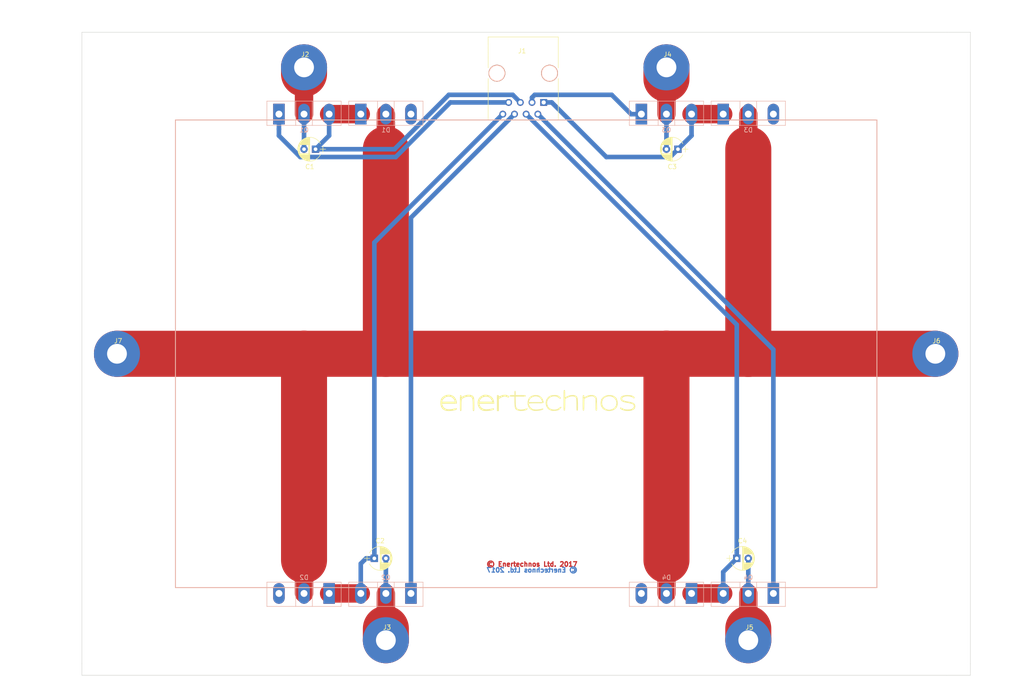
<source format=kicad_pcb>
(kicad_pcb (version 4) (host pcbnew 4.0.7)

  (general
    (links 29)
    (no_connects 0)
    (area 9.215716 13.81 236.45 160.180001)
    (thickness 1.6)
    (drawings 53)
    (tracks 73)
    (zones 0)
    (modules 24)
    (nets 14)
  )

  (page A4)
  (title_block
    (title "Power Module (Power Board)")
    (date 2018-01-04)
    (rev "Release 0.1")
    (company "Enertechnos Ltd.")
    (comment 1 "APPROVED for Prototype")
  )

  (layers
    (0 F.Cu mixed)
    (31 B.Cu power)
    (32 B.Adhes user hide)
    (33 F.Adhes user hide)
    (34 B.Paste user hide)
    (35 F.Paste user hide)
    (36 B.SilkS user)
    (37 F.SilkS user)
    (38 B.Mask user)
    (39 F.Mask user)
    (40 Dwgs.User user)
    (41 Cmts.User user hide)
    (42 Eco1.User user hide)
    (43 Eco2.User user hide)
    (44 Edge.Cuts user)
    (45 Margin user hide)
    (46 B.CrtYd user)
    (47 F.CrtYd user)
    (48 B.Fab user hide)
    (49 F.Fab user hide)
  )

  (setup
    (last_trace_width 1)
    (trace_clearance 0.4)
    (zone_clearance 0.508)
    (zone_45_only no)
    (trace_min 0.2)
    (segment_width 0.2)
    (edge_width 0.1)
    (via_size 1.5)
    (via_drill 1)
    (via_min_size 0.4)
    (via_min_drill 0.3)
    (uvia_size 1)
    (uvia_drill 0.5)
    (uvias_allowed no)
    (uvia_min_size 0.2)
    (uvia_min_drill 0.1)
    (pcb_text_width 0.3)
    (pcb_text_size 1.5 1.5)
    (mod_edge_width 0.15)
    (mod_text_size 1 1)
    (mod_text_width 0.15)
    (pad_size 1.5 1.5)
    (pad_drill 0.6)
    (pad_to_mask_clearance 0)
    (aux_axis_origin 27.94 160.02)
    (visible_elements 7FFFEFFF)
    (pcbplotparams
      (layerselection 0x010b0_80000001)
      (usegerberextensions false)
      (excludeedgelayer true)
      (linewidth 0.100000)
      (plotframeref false)
      (viasonmask false)
      (mode 1)
      (useauxorigin true)
      (hpglpennumber 1)
      (hpglpenspeed 20)
      (hpglpendiameter 15)
      (hpglpenoverlay 2)
      (psnegative false)
      (psa4output false)
      (plotreference true)
      (plotvalue true)
      (plotinvisibletext false)
      (padsonsilk false)
      (subtractmaskfromsilk false)
      (outputformat 1)
      (mirror false)
      (drillshape 0)
      (scaleselection 1)
      (outputdirectory Plot/))
  )

  (net 0 "")
  (net 1 GND_ISO_1)
  (net 2 "Net-(C1-Pad2)")
  (net 3 GND_ISO_2)
  (net 4 "Net-(C2-Pad2)")
  (net 5 GND_ISO_3)
  (net 6 "Net-(C3-Pad2)")
  (net 7 GND_ISO_4)
  (net 8 "Net-(C4-Pad2)")
  (net 9 "/SinglePowerSwitch 1/PWR_OUT")
  (net 10 DRV_GATE_1)
  (net 11 DRV_GATE_2)
  (net 12 DRV_GATE_3)
  (net 13 DRV_GATE_4)

  (net_class Default "This is the default net class."
    (clearance 0.4)
    (trace_width 1)
    (via_dia 1.5)
    (via_drill 1)
    (uvia_dia 1)
    (uvia_drill 0.5)
    (add_net "/SinglePowerSwitch 1/PWR_OUT")
    (add_net DRV_GATE_1)
    (add_net DRV_GATE_2)
    (add_net DRV_GATE_3)
    (add_net DRV_GATE_4)
    (add_net GND_ISO_1)
    (add_net GND_ISO_2)
    (add_net GND_ISO_3)
    (add_net GND_ISO_4)
    (add_net "Net-(C1-Pad2)")
    (add_net "Net-(C2-Pad2)")
    (add_net "Net-(C3-Pad2)")
    (add_net "Net-(C4-Pad2)")
  )

  (module PartsLibraries:RJ45 (layer F.Cu) (tedit 59511D7C) (tstamp 59AF0929)
    (at 128.27 35.56 180)
    (tags RJ45)
    (path /59AED755)
    (fp_text reference J1 (at 4.7 11.18 180) (layer F.SilkS)
      (effects (font (size 1 1) (thickness 0.15)))
    )
    (fp_text value RJ45 (at 4.59 6.25 180) (layer F.Fab)
      (effects (font (size 1 1) (thickness 0.15)))
    )
    (fp_line (start -3.17 14.22) (end 12.07 14.22) (layer F.SilkS) (width 0.12))
    (fp_line (start 12.07 -3.81) (end 12.06 5.18) (layer F.SilkS) (width 0.12))
    (fp_line (start 12.07 -3.81) (end -3.17 -3.81) (layer F.SilkS) (width 0.12))
    (fp_line (start -3.17 -3.81) (end -3.17 5.19) (layer F.SilkS) (width 0.12))
    (fp_line (start 12.06 7.52) (end 12.07 14.22) (layer F.SilkS) (width 0.12))
    (fp_line (start -3.17 7.51) (end -3.17 14.22) (layer F.SilkS) (width 0.12))
    (fp_line (start -3.56 -4.06) (end 12.46 -4.06) (layer F.CrtYd) (width 0.05))
    (fp_line (start -3.56 -4.06) (end -3.56 14.47) (layer F.CrtYd) (width 0.05))
    (fp_line (start 12.46 14.47) (end 12.46 -4.06) (layer F.CrtYd) (width 0.05))
    (fp_line (start 12.46 14.47) (end -3.56 14.47) (layer F.CrtYd) (width 0.05))
    (pad "" np_thru_hole circle (at 10.16 6.35 180) (size 3.65 3.65) (drill 3.25) (layers *.Cu *.SilkS *.Mask))
    (pad "" np_thru_hole circle (at -1.27 6.35 180) (size 3.65 3.65) (drill 3.25) (layers *.Cu *.SilkS *.Mask))
    (pad 1 thru_hole rect (at 0 0 180) (size 1.5 1.5) (drill 0.9) (layers *.Cu *.Mask)
      (net 5 GND_ISO_3))
    (pad 2 thru_hole circle (at 1.27 -2.54 180) (size 1.5 1.5) (drill 0.9) (layers *.Cu *.Mask)
      (net 13 DRV_GATE_4))
    (pad 3 thru_hole circle (at 2.54 0 180) (size 1.5 1.5) (drill 0.9) (layers *.Cu *.Mask)
      (net 12 DRV_GATE_3))
    (pad 4 thru_hole circle (at 3.81 -2.54 180) (size 1.5 1.5) (drill 0.9) (layers *.Cu *.Mask)
      (net 7 GND_ISO_4))
    (pad 5 thru_hole circle (at 5.08 0 180) (size 1.5 1.5) (drill 0.9) (layers *.Cu *.Mask)
      (net 1 GND_ISO_1))
    (pad 6 thru_hole circle (at 6.35 -2.54 180) (size 1.5 1.5) (drill 0.9) (layers *.Cu *.Mask)
      (net 11 DRV_GATE_2))
    (pad 7 thru_hole circle (at 7.62 0 180) (size 1.5 1.5) (drill 0.9) (layers *.Cu *.Mask)
      (net 10 DRV_GATE_1))
    (pad 8 thru_hole circle (at 8.89 -2.54 180) (size 1.5 1.5) (drill 0.9) (layers *.Cu *.Mask)
      (net 3 GND_ISO_2))
    (model ../../../../../../Development/multilevelinverter/Hardware/3D/RJ45.wrl
      (at (xyz 0.175 -0.667 0.3))
      (scale (xyz 10 10 10))
      (rotate (xyz 270 0 0))
    )
  )

  (module Mounting_Holes:MountingHole_4.3mm_M4 (layer F.Cu) (tedit 5A27F7A2) (tstamp 5A172C6E)
    (at 182.88 127)
    (descr "Mounting Hole 4.3mm, no annular, M4")
    (tags "mounting hole 4.3mm no annular m4")
    (attr virtual)
    (fp_text reference "" (at 0 -5.3) (layer F.SilkS)
      (effects (font (size 1 1) (thickness 0.15)))
    )
    (fp_text value MountingHole_4.3mm_M4 (at 0 5.3) (layer F.Fab)
      (effects (font (size 1 1) (thickness 0.15)))
    )
    (fp_text user %R (at 0.3 0) (layer F.Fab)
      (effects (font (size 1 1) (thickness 0.15)))
    )
    (fp_circle (center 0 0) (end 4.3 0) (layer Cmts.User) (width 0.15))
    (fp_circle (center 0 0) (end 4.55 0) (layer F.CrtYd) (width 0.05))
    (pad 1 np_thru_hole circle (at 0 0) (size 4.3 4.3) (drill 4.3) (layers *.Cu *.Mask))
  )

  (module Mounting_Holes:MountingHole_4.3mm_M4 (layer F.Cu) (tedit 5A27F79F) (tstamp 5A172C67)
    (at 67.31 128.27)
    (descr "Mounting Hole 4.3mm, no annular, M4")
    (tags "mounting hole 4.3mm no annular m4")
    (attr virtual)
    (fp_text reference "" (at 0 -5.3) (layer F.SilkS)
      (effects (font (size 1 1) (thickness 0.15)))
    )
    (fp_text value MountingHole_4.3mm_M4 (at 0 5.3) (layer F.Fab)
      (effects (font (size 1 1) (thickness 0.15)))
    )
    (fp_text user %R (at 0.3 0) (layer F.Fab)
      (effects (font (size 1 1) (thickness 0.15)))
    )
    (fp_circle (center 0 0) (end 4.3 0) (layer Cmts.User) (width 0.15))
    (fp_circle (center 0 0) (end 4.55 0) (layer F.CrtYd) (width 0.05))
    (pad 1 np_thru_hole circle (at 0 0) (size 4.3 4.3) (drill 4.3) (layers *.Cu *.Mask))
  )

  (module Mounting_Holes:MountingHole_4.3mm_M4 (layer F.Cu) (tedit 5A27F798) (tstamp 5A172C60)
    (at 182.88 58.42)
    (descr "Mounting Hole 4.3mm, no annular, M4")
    (tags "mounting hole 4.3mm no annular m4")
    (attr virtual)
    (fp_text reference "" (at 0 -5.3) (layer F.SilkS)
      (effects (font (size 1 1) (thickness 0.15)))
    )
    (fp_text value MountingHole_4.3mm_M4 (at 0 5.3) (layer F.Fab)
      (effects (font (size 1 1) (thickness 0.15)))
    )
    (fp_text user %R (at 0.3 0) (layer F.Fab)
      (effects (font (size 1 1) (thickness 0.15)))
    )
    (fp_circle (center 0 0) (end 4.3 0) (layer Cmts.User) (width 0.15))
    (fp_circle (center 0 0) (end 4.55 0) (layer F.CrtYd) (width 0.05))
    (pad 1 np_thru_hole circle (at 0 0) (size 4.3 4.3) (drill 4.3) (layers *.Cu *.Mask))
  )

  (module PartsLibraries:CP_Radial_D5.0mm_P2.50mm (layer F.Cu) (tedit 597BC7C2) (tstamp 59AF0722)
    (at 78.7 45.72 180)
    (descr "CP, Radial series, Radial, pin pitch=2.50mm, , diameter=5mm, Electrolytic Capacitor")
    (tags "CP Radial series Radial pin pitch 2.50mm  diameter 5mm Electrolytic Capacitor")
    (path /59AEDD49/59AEE01D)
    (fp_text reference C1 (at 1.25 -3.81 180) (layer F.SilkS)
      (effects (font (size 1 1) (thickness 0.15)))
    )
    (fp_text value C (at 1.25 3.81 180) (layer F.Fab)
      (effects (font (size 1 1) (thickness 0.15)))
    )
    (fp_arc (start 1.25 0) (end -1.05558 -1.18) (angle 125.8) (layer F.SilkS) (width 0.12))
    (fp_arc (start 1.25 0) (end -1.05558 1.18) (angle -125.8) (layer F.SilkS) (width 0.12))
    (fp_arc (start 1.25 0) (end 3.55558 -1.18) (angle 54.2) (layer F.SilkS) (width 0.12))
    (fp_circle (center 1.25 0) (end 3.75 0) (layer F.Fab) (width 0.1))
    (fp_line (start -2.2 0) (end -1 0) (layer F.Fab) (width 0.1))
    (fp_line (start -1.6 -0.65) (end -1.6 0.65) (layer F.Fab) (width 0.1))
    (fp_line (start 1.25 -2.55) (end 1.25 2.55) (layer F.SilkS) (width 0.12))
    (fp_line (start 1.29 -2.55) (end 1.29 2.55) (layer F.SilkS) (width 0.12))
    (fp_line (start 1.33 -2.549) (end 1.33 2.549) (layer F.SilkS) (width 0.12))
    (fp_line (start 1.37 -2.548) (end 1.37 2.548) (layer F.SilkS) (width 0.12))
    (fp_line (start 1.41 -2.546) (end 1.41 2.546) (layer F.SilkS) (width 0.12))
    (fp_line (start 1.45 -2.543) (end 1.45 2.543) (layer F.SilkS) (width 0.12))
    (fp_line (start 1.49 -2.539) (end 1.49 2.539) (layer F.SilkS) (width 0.12))
    (fp_line (start 1.53 -2.535) (end 1.53 -0.98) (layer F.SilkS) (width 0.12))
    (fp_line (start 1.53 0.98) (end 1.53 2.535) (layer F.SilkS) (width 0.12))
    (fp_line (start 1.57 -2.531) (end 1.57 -0.98) (layer F.SilkS) (width 0.12))
    (fp_line (start 1.57 0.98) (end 1.57 2.531) (layer F.SilkS) (width 0.12))
    (fp_line (start 1.61 -2.525) (end 1.61 -0.98) (layer F.SilkS) (width 0.12))
    (fp_line (start 1.61 0.98) (end 1.61 2.525) (layer F.SilkS) (width 0.12))
    (fp_line (start 1.65 -2.519) (end 1.65 -0.98) (layer F.SilkS) (width 0.12))
    (fp_line (start 1.65 0.98) (end 1.65 2.519) (layer F.SilkS) (width 0.12))
    (fp_line (start 1.69 -2.513) (end 1.69 -0.98) (layer F.SilkS) (width 0.12))
    (fp_line (start 1.69 0.98) (end 1.69 2.513) (layer F.SilkS) (width 0.12))
    (fp_line (start 1.73 -2.506) (end 1.73 -0.98) (layer F.SilkS) (width 0.12))
    (fp_line (start 1.73 0.98) (end 1.73 2.506) (layer F.SilkS) (width 0.12))
    (fp_line (start 1.77 -2.498) (end 1.77 -0.98) (layer F.SilkS) (width 0.12))
    (fp_line (start 1.77 0.98) (end 1.77 2.498) (layer F.SilkS) (width 0.12))
    (fp_line (start 1.81 -2.489) (end 1.81 -0.98) (layer F.SilkS) (width 0.12))
    (fp_line (start 1.81 0.98) (end 1.81 2.489) (layer F.SilkS) (width 0.12))
    (fp_line (start 1.85 -2.48) (end 1.85 -0.98) (layer F.SilkS) (width 0.12))
    (fp_line (start 1.85 0.98) (end 1.85 2.48) (layer F.SilkS) (width 0.12))
    (fp_line (start 1.89 -2.47) (end 1.89 -0.98) (layer F.SilkS) (width 0.12))
    (fp_line (start 1.89 0.98) (end 1.89 2.47) (layer F.SilkS) (width 0.12))
    (fp_line (start 1.93 -2.46) (end 1.93 -0.98) (layer F.SilkS) (width 0.12))
    (fp_line (start 1.93 0.98) (end 1.93 2.46) (layer F.SilkS) (width 0.12))
    (fp_line (start 1.971 -2.448) (end 1.971 -0.98) (layer F.SilkS) (width 0.12))
    (fp_line (start 1.971 0.98) (end 1.971 2.448) (layer F.SilkS) (width 0.12))
    (fp_line (start 2.011 -2.436) (end 2.011 -0.98) (layer F.SilkS) (width 0.12))
    (fp_line (start 2.011 0.98) (end 2.011 2.436) (layer F.SilkS) (width 0.12))
    (fp_line (start 2.051 -2.424) (end 2.051 -0.98) (layer F.SilkS) (width 0.12))
    (fp_line (start 2.051 0.98) (end 2.051 2.424) (layer F.SilkS) (width 0.12))
    (fp_line (start 2.091 -2.41) (end 2.091 -0.98) (layer F.SilkS) (width 0.12))
    (fp_line (start 2.091 0.98) (end 2.091 2.41) (layer F.SilkS) (width 0.12))
    (fp_line (start 2.131 -2.396) (end 2.131 -0.98) (layer F.SilkS) (width 0.12))
    (fp_line (start 2.131 0.98) (end 2.131 2.396) (layer F.SilkS) (width 0.12))
    (fp_line (start 2.171 -2.382) (end 2.171 -0.98) (layer F.SilkS) (width 0.12))
    (fp_line (start 2.171 0.98) (end 2.171 2.382) (layer F.SilkS) (width 0.12))
    (fp_line (start 2.211 -2.366) (end 2.211 -0.98) (layer F.SilkS) (width 0.12))
    (fp_line (start 2.211 0.98) (end 2.211 2.366) (layer F.SilkS) (width 0.12))
    (fp_line (start 2.251 -2.35) (end 2.251 -0.98) (layer F.SilkS) (width 0.12))
    (fp_line (start 2.251 0.98) (end 2.251 2.35) (layer F.SilkS) (width 0.12))
    (fp_line (start 2.291 -2.333) (end 2.291 -0.98) (layer F.SilkS) (width 0.12))
    (fp_line (start 2.291 0.98) (end 2.291 2.333) (layer F.SilkS) (width 0.12))
    (fp_line (start 2.331 -2.315) (end 2.331 -0.98) (layer F.SilkS) (width 0.12))
    (fp_line (start 2.331 0.98) (end 2.331 2.315) (layer F.SilkS) (width 0.12))
    (fp_line (start 2.371 -2.296) (end 2.371 -0.98) (layer F.SilkS) (width 0.12))
    (fp_line (start 2.371 0.98) (end 2.371 2.296) (layer F.SilkS) (width 0.12))
    (fp_line (start 2.411 -2.276) (end 2.411 -0.98) (layer F.SilkS) (width 0.12))
    (fp_line (start 2.411 0.98) (end 2.411 2.276) (layer F.SilkS) (width 0.12))
    (fp_line (start 2.451 -2.256) (end 2.451 -0.98) (layer F.SilkS) (width 0.12))
    (fp_line (start 2.451 0.98) (end 2.451 2.256) (layer F.SilkS) (width 0.12))
    (fp_line (start 2.491 -2.234) (end 2.491 -0.98) (layer F.SilkS) (width 0.12))
    (fp_line (start 2.491 0.98) (end 2.491 2.234) (layer F.SilkS) (width 0.12))
    (fp_line (start 2.531 -2.212) (end 2.531 -0.98) (layer F.SilkS) (width 0.12))
    (fp_line (start 2.531 0.98) (end 2.531 2.212) (layer F.SilkS) (width 0.12))
    (fp_line (start 2.571 -2.189) (end 2.571 -0.98) (layer F.SilkS) (width 0.12))
    (fp_line (start 2.571 0.98) (end 2.571 2.189) (layer F.SilkS) (width 0.12))
    (fp_line (start 2.611 -2.165) (end 2.611 -0.98) (layer F.SilkS) (width 0.12))
    (fp_line (start 2.611 0.98) (end 2.611 2.165) (layer F.SilkS) (width 0.12))
    (fp_line (start 2.651 -2.14) (end 2.651 -0.98) (layer F.SilkS) (width 0.12))
    (fp_line (start 2.651 0.98) (end 2.651 2.14) (layer F.SilkS) (width 0.12))
    (fp_line (start 2.691 -2.113) (end 2.691 -0.98) (layer F.SilkS) (width 0.12))
    (fp_line (start 2.691 0.98) (end 2.691 2.113) (layer F.SilkS) (width 0.12))
    (fp_line (start 2.731 -2.086) (end 2.731 -0.98) (layer F.SilkS) (width 0.12))
    (fp_line (start 2.731 0.98) (end 2.731 2.086) (layer F.SilkS) (width 0.12))
    (fp_line (start 2.771 -2.058) (end 2.771 -0.98) (layer F.SilkS) (width 0.12))
    (fp_line (start 2.771 0.98) (end 2.771 2.058) (layer F.SilkS) (width 0.12))
    (fp_line (start 2.811 -2.028) (end 2.811 -0.98) (layer F.SilkS) (width 0.12))
    (fp_line (start 2.811 0.98) (end 2.811 2.028) (layer F.SilkS) (width 0.12))
    (fp_line (start 2.851 -1.997) (end 2.851 -0.98) (layer F.SilkS) (width 0.12))
    (fp_line (start 2.851 0.98) (end 2.851 1.997) (layer F.SilkS) (width 0.12))
    (fp_line (start 2.891 -1.965) (end 2.891 -0.98) (layer F.SilkS) (width 0.12))
    (fp_line (start 2.891 0.98) (end 2.891 1.965) (layer F.SilkS) (width 0.12))
    (fp_line (start 2.931 -1.932) (end 2.931 -0.98) (layer F.SilkS) (width 0.12))
    (fp_line (start 2.931 0.98) (end 2.931 1.932) (layer F.SilkS) (width 0.12))
    (fp_line (start 2.971 -1.897) (end 2.971 -0.98) (layer F.SilkS) (width 0.12))
    (fp_line (start 2.971 0.98) (end 2.971 1.897) (layer F.SilkS) (width 0.12))
    (fp_line (start 3.011 -1.861) (end 3.011 -0.98) (layer F.SilkS) (width 0.12))
    (fp_line (start 3.011 0.98) (end 3.011 1.861) (layer F.SilkS) (width 0.12))
    (fp_line (start 3.051 -1.823) (end 3.051 -0.98) (layer F.SilkS) (width 0.12))
    (fp_line (start 3.051 0.98) (end 3.051 1.823) (layer F.SilkS) (width 0.12))
    (fp_line (start 3.091 -1.783) (end 3.091 -0.98) (layer F.SilkS) (width 0.12))
    (fp_line (start 3.091 0.98) (end 3.091 1.783) (layer F.SilkS) (width 0.12))
    (fp_line (start 3.131 -1.742) (end 3.131 -0.98) (layer F.SilkS) (width 0.12))
    (fp_line (start 3.131 0.98) (end 3.131 1.742) (layer F.SilkS) (width 0.12))
    (fp_line (start 3.171 -1.699) (end 3.171 -0.98) (layer F.SilkS) (width 0.12))
    (fp_line (start 3.171 0.98) (end 3.171 1.699) (layer F.SilkS) (width 0.12))
    (fp_line (start 3.211 -1.654) (end 3.211 -0.98) (layer F.SilkS) (width 0.12))
    (fp_line (start 3.211 0.98) (end 3.211 1.654) (layer F.SilkS) (width 0.12))
    (fp_line (start 3.251 -1.606) (end 3.251 -0.98) (layer F.SilkS) (width 0.12))
    (fp_line (start 3.251 0.98) (end 3.251 1.606) (layer F.SilkS) (width 0.12))
    (fp_line (start 3.291 -1.556) (end 3.291 -0.98) (layer F.SilkS) (width 0.12))
    (fp_line (start 3.291 0.98) (end 3.291 1.556) (layer F.SilkS) (width 0.12))
    (fp_line (start 3.331 -1.504) (end 3.331 -0.98) (layer F.SilkS) (width 0.12))
    (fp_line (start 3.331 0.98) (end 3.331 1.504) (layer F.SilkS) (width 0.12))
    (fp_line (start 3.371 -1.448) (end 3.371 -0.98) (layer F.SilkS) (width 0.12))
    (fp_line (start 3.371 0.98) (end 3.371 1.448) (layer F.SilkS) (width 0.12))
    (fp_line (start 3.411 -1.39) (end 3.411 -0.98) (layer F.SilkS) (width 0.12))
    (fp_line (start 3.411 0.98) (end 3.411 1.39) (layer F.SilkS) (width 0.12))
    (fp_line (start 3.451 -1.327) (end 3.451 -0.98) (layer F.SilkS) (width 0.12))
    (fp_line (start 3.451 0.98) (end 3.451 1.327) (layer F.SilkS) (width 0.12))
    (fp_line (start 3.491 -1.261) (end 3.491 1.261) (layer F.SilkS) (width 0.12))
    (fp_line (start 3.531 -1.189) (end 3.531 1.189) (layer F.SilkS) (width 0.12))
    (fp_line (start 3.571 -1.112) (end 3.571 1.112) (layer F.SilkS) (width 0.12))
    (fp_line (start 3.611 -1.028) (end 3.611 1.028) (layer F.SilkS) (width 0.12))
    (fp_line (start 3.651 -0.934) (end 3.651 0.934) (layer F.SilkS) (width 0.12))
    (fp_line (start 3.691 -0.829) (end 3.691 0.829) (layer F.SilkS) (width 0.12))
    (fp_line (start 3.731 -0.707) (end 3.731 0.707) (layer F.SilkS) (width 0.12))
    (fp_line (start 3.771 -0.559) (end 3.771 0.559) (layer F.SilkS) (width 0.12))
    (fp_line (start 3.811 -0.354) (end 3.811 0.354) (layer F.SilkS) (width 0.12))
    (fp_line (start -2.2 0) (end -1 0) (layer F.SilkS) (width 0.12))
    (fp_line (start -1.6 -0.65) (end -1.6 0.65) (layer F.SilkS) (width 0.12))
    (fp_line (start -1.6 -2.85) (end -1.6 2.85) (layer F.CrtYd) (width 0.05))
    (fp_line (start -1.6 2.85) (end 4.1 2.85) (layer F.CrtYd) (width 0.05))
    (fp_line (start 4.1 2.85) (end 4.1 -2.85) (layer F.CrtYd) (width 0.05))
    (fp_line (start 4.1 -2.85) (end -1.6 -2.85) (layer F.CrtYd) (width 0.05))
    (fp_text user %R (at 1.25 0 180) (layer F.Fab)
      (effects (font (size 1 1) (thickness 0.15)))
    )
    (pad 1 thru_hole rect (at 0 0 180) (size 1.6 1.6) (drill 0.8) (layers *.Cu *.Mask)
      (net 1 GND_ISO_1))
    (pad 2 thru_hole circle (at 2.5 0 180) (size 1.6 1.6) (drill 0.8) (layers *.Cu *.Mask)
      (net 2 "Net-(C1-Pad2)"))
    (model ${KISYS3DMOD}/Capacitors_THT.3dshapes/CP_Radial_D5.0mm_P2.50mm.wrl
      (at (xyz 0 0 0))
      (scale (xyz 1 1 1))
      (rotate (xyz 0 0 0))
    )
  )

  (module PartsLibraries:CP_Radial_D5.0mm_P2.50mm (layer F.Cu) (tedit 597BC7C2) (tstamp 59AF07A7)
    (at 91.48 134.62)
    (descr "CP, Radial series, Radial, pin pitch=2.50mm, , diameter=5mm, Electrolytic Capacitor")
    (tags "CP Radial series Radial pin pitch 2.50mm  diameter 5mm Electrolytic Capacitor")
    (path /59AEEDCB/59AEE01D)
    (fp_text reference C2 (at 1.25 -3.81) (layer F.SilkS)
      (effects (font (size 1 1) (thickness 0.15)))
    )
    (fp_text value C (at 1.25 3.81) (layer F.Fab)
      (effects (font (size 1 1) (thickness 0.15)))
    )
    (fp_arc (start 1.25 0) (end -1.05558 -1.18) (angle 125.8) (layer F.SilkS) (width 0.12))
    (fp_arc (start 1.25 0) (end -1.05558 1.18) (angle -125.8) (layer F.SilkS) (width 0.12))
    (fp_arc (start 1.25 0) (end 3.55558 -1.18) (angle 54.2) (layer F.SilkS) (width 0.12))
    (fp_circle (center 1.25 0) (end 3.75 0) (layer F.Fab) (width 0.1))
    (fp_line (start -2.2 0) (end -1 0) (layer F.Fab) (width 0.1))
    (fp_line (start -1.6 -0.65) (end -1.6 0.65) (layer F.Fab) (width 0.1))
    (fp_line (start 1.25 -2.55) (end 1.25 2.55) (layer F.SilkS) (width 0.12))
    (fp_line (start 1.29 -2.55) (end 1.29 2.55) (layer F.SilkS) (width 0.12))
    (fp_line (start 1.33 -2.549) (end 1.33 2.549) (layer F.SilkS) (width 0.12))
    (fp_line (start 1.37 -2.548) (end 1.37 2.548) (layer F.SilkS) (width 0.12))
    (fp_line (start 1.41 -2.546) (end 1.41 2.546) (layer F.SilkS) (width 0.12))
    (fp_line (start 1.45 -2.543) (end 1.45 2.543) (layer F.SilkS) (width 0.12))
    (fp_line (start 1.49 -2.539) (end 1.49 2.539) (layer F.SilkS) (width 0.12))
    (fp_line (start 1.53 -2.535) (end 1.53 -0.98) (layer F.SilkS) (width 0.12))
    (fp_line (start 1.53 0.98) (end 1.53 2.535) (layer F.SilkS) (width 0.12))
    (fp_line (start 1.57 -2.531) (end 1.57 -0.98) (layer F.SilkS) (width 0.12))
    (fp_line (start 1.57 0.98) (end 1.57 2.531) (layer F.SilkS) (width 0.12))
    (fp_line (start 1.61 -2.525) (end 1.61 -0.98) (layer F.SilkS) (width 0.12))
    (fp_line (start 1.61 0.98) (end 1.61 2.525) (layer F.SilkS) (width 0.12))
    (fp_line (start 1.65 -2.519) (end 1.65 -0.98) (layer F.SilkS) (width 0.12))
    (fp_line (start 1.65 0.98) (end 1.65 2.519) (layer F.SilkS) (width 0.12))
    (fp_line (start 1.69 -2.513) (end 1.69 -0.98) (layer F.SilkS) (width 0.12))
    (fp_line (start 1.69 0.98) (end 1.69 2.513) (layer F.SilkS) (width 0.12))
    (fp_line (start 1.73 -2.506) (end 1.73 -0.98) (layer F.SilkS) (width 0.12))
    (fp_line (start 1.73 0.98) (end 1.73 2.506) (layer F.SilkS) (width 0.12))
    (fp_line (start 1.77 -2.498) (end 1.77 -0.98) (layer F.SilkS) (width 0.12))
    (fp_line (start 1.77 0.98) (end 1.77 2.498) (layer F.SilkS) (width 0.12))
    (fp_line (start 1.81 -2.489) (end 1.81 -0.98) (layer F.SilkS) (width 0.12))
    (fp_line (start 1.81 0.98) (end 1.81 2.489) (layer F.SilkS) (width 0.12))
    (fp_line (start 1.85 -2.48) (end 1.85 -0.98) (layer F.SilkS) (width 0.12))
    (fp_line (start 1.85 0.98) (end 1.85 2.48) (layer F.SilkS) (width 0.12))
    (fp_line (start 1.89 -2.47) (end 1.89 -0.98) (layer F.SilkS) (width 0.12))
    (fp_line (start 1.89 0.98) (end 1.89 2.47) (layer F.SilkS) (width 0.12))
    (fp_line (start 1.93 -2.46) (end 1.93 -0.98) (layer F.SilkS) (width 0.12))
    (fp_line (start 1.93 0.98) (end 1.93 2.46) (layer F.SilkS) (width 0.12))
    (fp_line (start 1.971 -2.448) (end 1.971 -0.98) (layer F.SilkS) (width 0.12))
    (fp_line (start 1.971 0.98) (end 1.971 2.448) (layer F.SilkS) (width 0.12))
    (fp_line (start 2.011 -2.436) (end 2.011 -0.98) (layer F.SilkS) (width 0.12))
    (fp_line (start 2.011 0.98) (end 2.011 2.436) (layer F.SilkS) (width 0.12))
    (fp_line (start 2.051 -2.424) (end 2.051 -0.98) (layer F.SilkS) (width 0.12))
    (fp_line (start 2.051 0.98) (end 2.051 2.424) (layer F.SilkS) (width 0.12))
    (fp_line (start 2.091 -2.41) (end 2.091 -0.98) (layer F.SilkS) (width 0.12))
    (fp_line (start 2.091 0.98) (end 2.091 2.41) (layer F.SilkS) (width 0.12))
    (fp_line (start 2.131 -2.396) (end 2.131 -0.98) (layer F.SilkS) (width 0.12))
    (fp_line (start 2.131 0.98) (end 2.131 2.396) (layer F.SilkS) (width 0.12))
    (fp_line (start 2.171 -2.382) (end 2.171 -0.98) (layer F.SilkS) (width 0.12))
    (fp_line (start 2.171 0.98) (end 2.171 2.382) (layer F.SilkS) (width 0.12))
    (fp_line (start 2.211 -2.366) (end 2.211 -0.98) (layer F.SilkS) (width 0.12))
    (fp_line (start 2.211 0.98) (end 2.211 2.366) (layer F.SilkS) (width 0.12))
    (fp_line (start 2.251 -2.35) (end 2.251 -0.98) (layer F.SilkS) (width 0.12))
    (fp_line (start 2.251 0.98) (end 2.251 2.35) (layer F.SilkS) (width 0.12))
    (fp_line (start 2.291 -2.333) (end 2.291 -0.98) (layer F.SilkS) (width 0.12))
    (fp_line (start 2.291 0.98) (end 2.291 2.333) (layer F.SilkS) (width 0.12))
    (fp_line (start 2.331 -2.315) (end 2.331 -0.98) (layer F.SilkS) (width 0.12))
    (fp_line (start 2.331 0.98) (end 2.331 2.315) (layer F.SilkS) (width 0.12))
    (fp_line (start 2.371 -2.296) (end 2.371 -0.98) (layer F.SilkS) (width 0.12))
    (fp_line (start 2.371 0.98) (end 2.371 2.296) (layer F.SilkS) (width 0.12))
    (fp_line (start 2.411 -2.276) (end 2.411 -0.98) (layer F.SilkS) (width 0.12))
    (fp_line (start 2.411 0.98) (end 2.411 2.276) (layer F.SilkS) (width 0.12))
    (fp_line (start 2.451 -2.256) (end 2.451 -0.98) (layer F.SilkS) (width 0.12))
    (fp_line (start 2.451 0.98) (end 2.451 2.256) (layer F.SilkS) (width 0.12))
    (fp_line (start 2.491 -2.234) (end 2.491 -0.98) (layer F.SilkS) (width 0.12))
    (fp_line (start 2.491 0.98) (end 2.491 2.234) (layer F.SilkS) (width 0.12))
    (fp_line (start 2.531 -2.212) (end 2.531 -0.98) (layer F.SilkS) (width 0.12))
    (fp_line (start 2.531 0.98) (end 2.531 2.212) (layer F.SilkS) (width 0.12))
    (fp_line (start 2.571 -2.189) (end 2.571 -0.98) (layer F.SilkS) (width 0.12))
    (fp_line (start 2.571 0.98) (end 2.571 2.189) (layer F.SilkS) (width 0.12))
    (fp_line (start 2.611 -2.165) (end 2.611 -0.98) (layer F.SilkS) (width 0.12))
    (fp_line (start 2.611 0.98) (end 2.611 2.165) (layer F.SilkS) (width 0.12))
    (fp_line (start 2.651 -2.14) (end 2.651 -0.98) (layer F.SilkS) (width 0.12))
    (fp_line (start 2.651 0.98) (end 2.651 2.14) (layer F.SilkS) (width 0.12))
    (fp_line (start 2.691 -2.113) (end 2.691 -0.98) (layer F.SilkS) (width 0.12))
    (fp_line (start 2.691 0.98) (end 2.691 2.113) (layer F.SilkS) (width 0.12))
    (fp_line (start 2.731 -2.086) (end 2.731 -0.98) (layer F.SilkS) (width 0.12))
    (fp_line (start 2.731 0.98) (end 2.731 2.086) (layer F.SilkS) (width 0.12))
    (fp_line (start 2.771 -2.058) (end 2.771 -0.98) (layer F.SilkS) (width 0.12))
    (fp_line (start 2.771 0.98) (end 2.771 2.058) (layer F.SilkS) (width 0.12))
    (fp_line (start 2.811 -2.028) (end 2.811 -0.98) (layer F.SilkS) (width 0.12))
    (fp_line (start 2.811 0.98) (end 2.811 2.028) (layer F.SilkS) (width 0.12))
    (fp_line (start 2.851 -1.997) (end 2.851 -0.98) (layer F.SilkS) (width 0.12))
    (fp_line (start 2.851 0.98) (end 2.851 1.997) (layer F.SilkS) (width 0.12))
    (fp_line (start 2.891 -1.965) (end 2.891 -0.98) (layer F.SilkS) (width 0.12))
    (fp_line (start 2.891 0.98) (end 2.891 1.965) (layer F.SilkS) (width 0.12))
    (fp_line (start 2.931 -1.932) (end 2.931 -0.98) (layer F.SilkS) (width 0.12))
    (fp_line (start 2.931 0.98) (end 2.931 1.932) (layer F.SilkS) (width 0.12))
    (fp_line (start 2.971 -1.897) (end 2.971 -0.98) (layer F.SilkS) (width 0.12))
    (fp_line (start 2.971 0.98) (end 2.971 1.897) (layer F.SilkS) (width 0.12))
    (fp_line (start 3.011 -1.861) (end 3.011 -0.98) (layer F.SilkS) (width 0.12))
    (fp_line (start 3.011 0.98) (end 3.011 1.861) (layer F.SilkS) (width 0.12))
    (fp_line (start 3.051 -1.823) (end 3.051 -0.98) (layer F.SilkS) (width 0.12))
    (fp_line (start 3.051 0.98) (end 3.051 1.823) (layer F.SilkS) (width 0.12))
    (fp_line (start 3.091 -1.783) (end 3.091 -0.98) (layer F.SilkS) (width 0.12))
    (fp_line (start 3.091 0.98) (end 3.091 1.783) (layer F.SilkS) (width 0.12))
    (fp_line (start 3.131 -1.742) (end 3.131 -0.98) (layer F.SilkS) (width 0.12))
    (fp_line (start 3.131 0.98) (end 3.131 1.742) (layer F.SilkS) (width 0.12))
    (fp_line (start 3.171 -1.699) (end 3.171 -0.98) (layer F.SilkS) (width 0.12))
    (fp_line (start 3.171 0.98) (end 3.171 1.699) (layer F.SilkS) (width 0.12))
    (fp_line (start 3.211 -1.654) (end 3.211 -0.98) (layer F.SilkS) (width 0.12))
    (fp_line (start 3.211 0.98) (end 3.211 1.654) (layer F.SilkS) (width 0.12))
    (fp_line (start 3.251 -1.606) (end 3.251 -0.98) (layer F.SilkS) (width 0.12))
    (fp_line (start 3.251 0.98) (end 3.251 1.606) (layer F.SilkS) (width 0.12))
    (fp_line (start 3.291 -1.556) (end 3.291 -0.98) (layer F.SilkS) (width 0.12))
    (fp_line (start 3.291 0.98) (end 3.291 1.556) (layer F.SilkS) (width 0.12))
    (fp_line (start 3.331 -1.504) (end 3.331 -0.98) (layer F.SilkS) (width 0.12))
    (fp_line (start 3.331 0.98) (end 3.331 1.504) (layer F.SilkS) (width 0.12))
    (fp_line (start 3.371 -1.448) (end 3.371 -0.98) (layer F.SilkS) (width 0.12))
    (fp_line (start 3.371 0.98) (end 3.371 1.448) (layer F.SilkS) (width 0.12))
    (fp_line (start 3.411 -1.39) (end 3.411 -0.98) (layer F.SilkS) (width 0.12))
    (fp_line (start 3.411 0.98) (end 3.411 1.39) (layer F.SilkS) (width 0.12))
    (fp_line (start 3.451 -1.327) (end 3.451 -0.98) (layer F.SilkS) (width 0.12))
    (fp_line (start 3.451 0.98) (end 3.451 1.327) (layer F.SilkS) (width 0.12))
    (fp_line (start 3.491 -1.261) (end 3.491 1.261) (layer F.SilkS) (width 0.12))
    (fp_line (start 3.531 -1.189) (end 3.531 1.189) (layer F.SilkS) (width 0.12))
    (fp_line (start 3.571 -1.112) (end 3.571 1.112) (layer F.SilkS) (width 0.12))
    (fp_line (start 3.611 -1.028) (end 3.611 1.028) (layer F.SilkS) (width 0.12))
    (fp_line (start 3.651 -0.934) (end 3.651 0.934) (layer F.SilkS) (width 0.12))
    (fp_line (start 3.691 -0.829) (end 3.691 0.829) (layer F.SilkS) (width 0.12))
    (fp_line (start 3.731 -0.707) (end 3.731 0.707) (layer F.SilkS) (width 0.12))
    (fp_line (start 3.771 -0.559) (end 3.771 0.559) (layer F.SilkS) (width 0.12))
    (fp_line (start 3.811 -0.354) (end 3.811 0.354) (layer F.SilkS) (width 0.12))
    (fp_line (start -2.2 0) (end -1 0) (layer F.SilkS) (width 0.12))
    (fp_line (start -1.6 -0.65) (end -1.6 0.65) (layer F.SilkS) (width 0.12))
    (fp_line (start -1.6 -2.85) (end -1.6 2.85) (layer F.CrtYd) (width 0.05))
    (fp_line (start -1.6 2.85) (end 4.1 2.85) (layer F.CrtYd) (width 0.05))
    (fp_line (start 4.1 2.85) (end 4.1 -2.85) (layer F.CrtYd) (width 0.05))
    (fp_line (start 4.1 -2.85) (end -1.6 -2.85) (layer F.CrtYd) (width 0.05))
    (fp_text user %R (at 1.25 0) (layer F.Fab)
      (effects (font (size 1 1) (thickness 0.15)))
    )
    (pad 1 thru_hole rect (at 0 0) (size 1.6 1.6) (drill 0.8) (layers *.Cu *.Mask)
      (net 3 GND_ISO_2))
    (pad 2 thru_hole circle (at 2.5 0) (size 1.6 1.6) (drill 0.8) (layers *.Cu *.Mask)
      (net 4 "Net-(C2-Pad2)"))
    (model ${KISYS3DMOD}/Capacitors_THT.3dshapes/CP_Radial_D5.0mm_P2.50mm.wrl
      (at (xyz 0 0 0))
      (scale (xyz 1 1 1))
      (rotate (xyz 0 0 0))
    )
  )

  (module PartsLibraries:CP_Radial_D5.0mm_P2.50mm (layer F.Cu) (tedit 597BC7C2) (tstamp 59AF082C)
    (at 157.44 45.72 180)
    (descr "CP, Radial series, Radial, pin pitch=2.50mm, , diameter=5mm, Electrolytic Capacitor")
    (tags "CP Radial series Radial pin pitch 2.50mm  diameter 5mm Electrolytic Capacitor")
    (path /59AEEFC6/59AEE01D)
    (fp_text reference C3 (at 1.25 -3.81 180) (layer F.SilkS)
      (effects (font (size 1 1) (thickness 0.15)))
    )
    (fp_text value C (at 1.25 3.81 180) (layer F.Fab)
      (effects (font (size 1 1) (thickness 0.15)))
    )
    (fp_arc (start 1.25 0) (end -1.05558 -1.18) (angle 125.8) (layer F.SilkS) (width 0.12))
    (fp_arc (start 1.25 0) (end -1.05558 1.18) (angle -125.8) (layer F.SilkS) (width 0.12))
    (fp_arc (start 1.25 0) (end 3.55558 -1.18) (angle 54.2) (layer F.SilkS) (width 0.12))
    (fp_circle (center 1.25 0) (end 3.75 0) (layer F.Fab) (width 0.1))
    (fp_line (start -2.2 0) (end -1 0) (layer F.Fab) (width 0.1))
    (fp_line (start -1.6 -0.65) (end -1.6 0.65) (layer F.Fab) (width 0.1))
    (fp_line (start 1.25 -2.55) (end 1.25 2.55) (layer F.SilkS) (width 0.12))
    (fp_line (start 1.29 -2.55) (end 1.29 2.55) (layer F.SilkS) (width 0.12))
    (fp_line (start 1.33 -2.549) (end 1.33 2.549) (layer F.SilkS) (width 0.12))
    (fp_line (start 1.37 -2.548) (end 1.37 2.548) (layer F.SilkS) (width 0.12))
    (fp_line (start 1.41 -2.546) (end 1.41 2.546) (layer F.SilkS) (width 0.12))
    (fp_line (start 1.45 -2.543) (end 1.45 2.543) (layer F.SilkS) (width 0.12))
    (fp_line (start 1.49 -2.539) (end 1.49 2.539) (layer F.SilkS) (width 0.12))
    (fp_line (start 1.53 -2.535) (end 1.53 -0.98) (layer F.SilkS) (width 0.12))
    (fp_line (start 1.53 0.98) (end 1.53 2.535) (layer F.SilkS) (width 0.12))
    (fp_line (start 1.57 -2.531) (end 1.57 -0.98) (layer F.SilkS) (width 0.12))
    (fp_line (start 1.57 0.98) (end 1.57 2.531) (layer F.SilkS) (width 0.12))
    (fp_line (start 1.61 -2.525) (end 1.61 -0.98) (layer F.SilkS) (width 0.12))
    (fp_line (start 1.61 0.98) (end 1.61 2.525) (layer F.SilkS) (width 0.12))
    (fp_line (start 1.65 -2.519) (end 1.65 -0.98) (layer F.SilkS) (width 0.12))
    (fp_line (start 1.65 0.98) (end 1.65 2.519) (layer F.SilkS) (width 0.12))
    (fp_line (start 1.69 -2.513) (end 1.69 -0.98) (layer F.SilkS) (width 0.12))
    (fp_line (start 1.69 0.98) (end 1.69 2.513) (layer F.SilkS) (width 0.12))
    (fp_line (start 1.73 -2.506) (end 1.73 -0.98) (layer F.SilkS) (width 0.12))
    (fp_line (start 1.73 0.98) (end 1.73 2.506) (layer F.SilkS) (width 0.12))
    (fp_line (start 1.77 -2.498) (end 1.77 -0.98) (layer F.SilkS) (width 0.12))
    (fp_line (start 1.77 0.98) (end 1.77 2.498) (layer F.SilkS) (width 0.12))
    (fp_line (start 1.81 -2.489) (end 1.81 -0.98) (layer F.SilkS) (width 0.12))
    (fp_line (start 1.81 0.98) (end 1.81 2.489) (layer F.SilkS) (width 0.12))
    (fp_line (start 1.85 -2.48) (end 1.85 -0.98) (layer F.SilkS) (width 0.12))
    (fp_line (start 1.85 0.98) (end 1.85 2.48) (layer F.SilkS) (width 0.12))
    (fp_line (start 1.89 -2.47) (end 1.89 -0.98) (layer F.SilkS) (width 0.12))
    (fp_line (start 1.89 0.98) (end 1.89 2.47) (layer F.SilkS) (width 0.12))
    (fp_line (start 1.93 -2.46) (end 1.93 -0.98) (layer F.SilkS) (width 0.12))
    (fp_line (start 1.93 0.98) (end 1.93 2.46) (layer F.SilkS) (width 0.12))
    (fp_line (start 1.971 -2.448) (end 1.971 -0.98) (layer F.SilkS) (width 0.12))
    (fp_line (start 1.971 0.98) (end 1.971 2.448) (layer F.SilkS) (width 0.12))
    (fp_line (start 2.011 -2.436) (end 2.011 -0.98) (layer F.SilkS) (width 0.12))
    (fp_line (start 2.011 0.98) (end 2.011 2.436) (layer F.SilkS) (width 0.12))
    (fp_line (start 2.051 -2.424) (end 2.051 -0.98) (layer F.SilkS) (width 0.12))
    (fp_line (start 2.051 0.98) (end 2.051 2.424) (layer F.SilkS) (width 0.12))
    (fp_line (start 2.091 -2.41) (end 2.091 -0.98) (layer F.SilkS) (width 0.12))
    (fp_line (start 2.091 0.98) (end 2.091 2.41) (layer F.SilkS) (width 0.12))
    (fp_line (start 2.131 -2.396) (end 2.131 -0.98) (layer F.SilkS) (width 0.12))
    (fp_line (start 2.131 0.98) (end 2.131 2.396) (layer F.SilkS) (width 0.12))
    (fp_line (start 2.171 -2.382) (end 2.171 -0.98) (layer F.SilkS) (width 0.12))
    (fp_line (start 2.171 0.98) (end 2.171 2.382) (layer F.SilkS) (width 0.12))
    (fp_line (start 2.211 -2.366) (end 2.211 -0.98) (layer F.SilkS) (width 0.12))
    (fp_line (start 2.211 0.98) (end 2.211 2.366) (layer F.SilkS) (width 0.12))
    (fp_line (start 2.251 -2.35) (end 2.251 -0.98) (layer F.SilkS) (width 0.12))
    (fp_line (start 2.251 0.98) (end 2.251 2.35) (layer F.SilkS) (width 0.12))
    (fp_line (start 2.291 -2.333) (end 2.291 -0.98) (layer F.SilkS) (width 0.12))
    (fp_line (start 2.291 0.98) (end 2.291 2.333) (layer F.SilkS) (width 0.12))
    (fp_line (start 2.331 -2.315) (end 2.331 -0.98) (layer F.SilkS) (width 0.12))
    (fp_line (start 2.331 0.98) (end 2.331 2.315) (layer F.SilkS) (width 0.12))
    (fp_line (start 2.371 -2.296) (end 2.371 -0.98) (layer F.SilkS) (width 0.12))
    (fp_line (start 2.371 0.98) (end 2.371 2.296) (layer F.SilkS) (width 0.12))
    (fp_line (start 2.411 -2.276) (end 2.411 -0.98) (layer F.SilkS) (width 0.12))
    (fp_line (start 2.411 0.98) (end 2.411 2.276) (layer F.SilkS) (width 0.12))
    (fp_line (start 2.451 -2.256) (end 2.451 -0.98) (layer F.SilkS) (width 0.12))
    (fp_line (start 2.451 0.98) (end 2.451 2.256) (layer F.SilkS) (width 0.12))
    (fp_line (start 2.491 -2.234) (end 2.491 -0.98) (layer F.SilkS) (width 0.12))
    (fp_line (start 2.491 0.98) (end 2.491 2.234) (layer F.SilkS) (width 0.12))
    (fp_line (start 2.531 -2.212) (end 2.531 -0.98) (layer F.SilkS) (width 0.12))
    (fp_line (start 2.531 0.98) (end 2.531 2.212) (layer F.SilkS) (width 0.12))
    (fp_line (start 2.571 -2.189) (end 2.571 -0.98) (layer F.SilkS) (width 0.12))
    (fp_line (start 2.571 0.98) (end 2.571 2.189) (layer F.SilkS) (width 0.12))
    (fp_line (start 2.611 -2.165) (end 2.611 -0.98) (layer F.SilkS) (width 0.12))
    (fp_line (start 2.611 0.98) (end 2.611 2.165) (layer F.SilkS) (width 0.12))
    (fp_line (start 2.651 -2.14) (end 2.651 -0.98) (layer F.SilkS) (width 0.12))
    (fp_line (start 2.651 0.98) (end 2.651 2.14) (layer F.SilkS) (width 0.12))
    (fp_line (start 2.691 -2.113) (end 2.691 -0.98) (layer F.SilkS) (width 0.12))
    (fp_line (start 2.691 0.98) (end 2.691 2.113) (layer F.SilkS) (width 0.12))
    (fp_line (start 2.731 -2.086) (end 2.731 -0.98) (layer F.SilkS) (width 0.12))
    (fp_line (start 2.731 0.98) (end 2.731 2.086) (layer F.SilkS) (width 0.12))
    (fp_line (start 2.771 -2.058) (end 2.771 -0.98) (layer F.SilkS) (width 0.12))
    (fp_line (start 2.771 0.98) (end 2.771 2.058) (layer F.SilkS) (width 0.12))
    (fp_line (start 2.811 -2.028) (end 2.811 -0.98) (layer F.SilkS) (width 0.12))
    (fp_line (start 2.811 0.98) (end 2.811 2.028) (layer F.SilkS) (width 0.12))
    (fp_line (start 2.851 -1.997) (end 2.851 -0.98) (layer F.SilkS) (width 0.12))
    (fp_line (start 2.851 0.98) (end 2.851 1.997) (layer F.SilkS) (width 0.12))
    (fp_line (start 2.891 -1.965) (end 2.891 -0.98) (layer F.SilkS) (width 0.12))
    (fp_line (start 2.891 0.98) (end 2.891 1.965) (layer F.SilkS) (width 0.12))
    (fp_line (start 2.931 -1.932) (end 2.931 -0.98) (layer F.SilkS) (width 0.12))
    (fp_line (start 2.931 0.98) (end 2.931 1.932) (layer F.SilkS) (width 0.12))
    (fp_line (start 2.971 -1.897) (end 2.971 -0.98) (layer F.SilkS) (width 0.12))
    (fp_line (start 2.971 0.98) (end 2.971 1.897) (layer F.SilkS) (width 0.12))
    (fp_line (start 3.011 -1.861) (end 3.011 -0.98) (layer F.SilkS) (width 0.12))
    (fp_line (start 3.011 0.98) (end 3.011 1.861) (layer F.SilkS) (width 0.12))
    (fp_line (start 3.051 -1.823) (end 3.051 -0.98) (layer F.SilkS) (width 0.12))
    (fp_line (start 3.051 0.98) (end 3.051 1.823) (layer F.SilkS) (width 0.12))
    (fp_line (start 3.091 -1.783) (end 3.091 -0.98) (layer F.SilkS) (width 0.12))
    (fp_line (start 3.091 0.98) (end 3.091 1.783) (layer F.SilkS) (width 0.12))
    (fp_line (start 3.131 -1.742) (end 3.131 -0.98) (layer F.SilkS) (width 0.12))
    (fp_line (start 3.131 0.98) (end 3.131 1.742) (layer F.SilkS) (width 0.12))
    (fp_line (start 3.171 -1.699) (end 3.171 -0.98) (layer F.SilkS) (width 0.12))
    (fp_line (start 3.171 0.98) (end 3.171 1.699) (layer F.SilkS) (width 0.12))
    (fp_line (start 3.211 -1.654) (end 3.211 -0.98) (layer F.SilkS) (width 0.12))
    (fp_line (start 3.211 0.98) (end 3.211 1.654) (layer F.SilkS) (width 0.12))
    (fp_line (start 3.251 -1.606) (end 3.251 -0.98) (layer F.SilkS) (width 0.12))
    (fp_line (start 3.251 0.98) (end 3.251 1.606) (layer F.SilkS) (width 0.12))
    (fp_line (start 3.291 -1.556) (end 3.291 -0.98) (layer F.SilkS) (width 0.12))
    (fp_line (start 3.291 0.98) (end 3.291 1.556) (layer F.SilkS) (width 0.12))
    (fp_line (start 3.331 -1.504) (end 3.331 -0.98) (layer F.SilkS) (width 0.12))
    (fp_line (start 3.331 0.98) (end 3.331 1.504) (layer F.SilkS) (width 0.12))
    (fp_line (start 3.371 -1.448) (end 3.371 -0.98) (layer F.SilkS) (width 0.12))
    (fp_line (start 3.371 0.98) (end 3.371 1.448) (layer F.SilkS) (width 0.12))
    (fp_line (start 3.411 -1.39) (end 3.411 -0.98) (layer F.SilkS) (width 0.12))
    (fp_line (start 3.411 0.98) (end 3.411 1.39) (layer F.SilkS) (width 0.12))
    (fp_line (start 3.451 -1.327) (end 3.451 -0.98) (layer F.SilkS) (width 0.12))
    (fp_line (start 3.451 0.98) (end 3.451 1.327) (layer F.SilkS) (width 0.12))
    (fp_line (start 3.491 -1.261) (end 3.491 1.261) (layer F.SilkS) (width 0.12))
    (fp_line (start 3.531 -1.189) (end 3.531 1.189) (layer F.SilkS) (width 0.12))
    (fp_line (start 3.571 -1.112) (end 3.571 1.112) (layer F.SilkS) (width 0.12))
    (fp_line (start 3.611 -1.028) (end 3.611 1.028) (layer F.SilkS) (width 0.12))
    (fp_line (start 3.651 -0.934) (end 3.651 0.934) (layer F.SilkS) (width 0.12))
    (fp_line (start 3.691 -0.829) (end 3.691 0.829) (layer F.SilkS) (width 0.12))
    (fp_line (start 3.731 -0.707) (end 3.731 0.707) (layer F.SilkS) (width 0.12))
    (fp_line (start 3.771 -0.559) (end 3.771 0.559) (layer F.SilkS) (width 0.12))
    (fp_line (start 3.811 -0.354) (end 3.811 0.354) (layer F.SilkS) (width 0.12))
    (fp_line (start -2.2 0) (end -1 0) (layer F.SilkS) (width 0.12))
    (fp_line (start -1.6 -0.65) (end -1.6 0.65) (layer F.SilkS) (width 0.12))
    (fp_line (start -1.6 -2.85) (end -1.6 2.85) (layer F.CrtYd) (width 0.05))
    (fp_line (start -1.6 2.85) (end 4.1 2.85) (layer F.CrtYd) (width 0.05))
    (fp_line (start 4.1 2.85) (end 4.1 -2.85) (layer F.CrtYd) (width 0.05))
    (fp_line (start 4.1 -2.85) (end -1.6 -2.85) (layer F.CrtYd) (width 0.05))
    (fp_text user %R (at 1.25 0 180) (layer F.Fab)
      (effects (font (size 1 1) (thickness 0.15)))
    )
    (pad 1 thru_hole rect (at 0 0 180) (size 1.6 1.6) (drill 0.8) (layers *.Cu *.Mask)
      (net 5 GND_ISO_3))
    (pad 2 thru_hole circle (at 2.5 0 180) (size 1.6 1.6) (drill 0.8) (layers *.Cu *.Mask)
      (net 6 "Net-(C3-Pad2)"))
    (model ${KISYS3DMOD}/Capacitors_THT.3dshapes/CP_Radial_D5.0mm_P2.50mm.wrl
      (at (xyz 0 0 0))
      (scale (xyz 1 1 1))
      (rotate (xyz 0 0 0))
    )
  )

  (module PartsLibraries:CP_Radial_D5.0mm_P2.50mm (layer F.Cu) (tedit 597BC7C2) (tstamp 59AF08B1)
    (at 170.22 134.62)
    (descr "CP, Radial series, Radial, pin pitch=2.50mm, , diameter=5mm, Electrolytic Capacitor")
    (tags "CP Radial series Radial pin pitch 2.50mm  diameter 5mm Electrolytic Capacitor")
    (path /59AEEFCD/59AEE01D)
    (fp_text reference C4 (at 1.25 -3.81) (layer F.SilkS)
      (effects (font (size 1 1) (thickness 0.15)))
    )
    (fp_text value C (at 1.25 3.81) (layer F.Fab)
      (effects (font (size 1 1) (thickness 0.15)))
    )
    (fp_arc (start 1.25 0) (end -1.05558 -1.18) (angle 125.8) (layer F.SilkS) (width 0.12))
    (fp_arc (start 1.25 0) (end -1.05558 1.18) (angle -125.8) (layer F.SilkS) (width 0.12))
    (fp_arc (start 1.25 0) (end 3.55558 -1.18) (angle 54.2) (layer F.SilkS) (width 0.12))
    (fp_circle (center 1.25 0) (end 3.75 0) (layer F.Fab) (width 0.1))
    (fp_line (start -2.2 0) (end -1 0) (layer F.Fab) (width 0.1))
    (fp_line (start -1.6 -0.65) (end -1.6 0.65) (layer F.Fab) (width 0.1))
    (fp_line (start 1.25 -2.55) (end 1.25 2.55) (layer F.SilkS) (width 0.12))
    (fp_line (start 1.29 -2.55) (end 1.29 2.55) (layer F.SilkS) (width 0.12))
    (fp_line (start 1.33 -2.549) (end 1.33 2.549) (layer F.SilkS) (width 0.12))
    (fp_line (start 1.37 -2.548) (end 1.37 2.548) (layer F.SilkS) (width 0.12))
    (fp_line (start 1.41 -2.546) (end 1.41 2.546) (layer F.SilkS) (width 0.12))
    (fp_line (start 1.45 -2.543) (end 1.45 2.543) (layer F.SilkS) (width 0.12))
    (fp_line (start 1.49 -2.539) (end 1.49 2.539) (layer F.SilkS) (width 0.12))
    (fp_line (start 1.53 -2.535) (end 1.53 -0.98) (layer F.SilkS) (width 0.12))
    (fp_line (start 1.53 0.98) (end 1.53 2.535) (layer F.SilkS) (width 0.12))
    (fp_line (start 1.57 -2.531) (end 1.57 -0.98) (layer F.SilkS) (width 0.12))
    (fp_line (start 1.57 0.98) (end 1.57 2.531) (layer F.SilkS) (width 0.12))
    (fp_line (start 1.61 -2.525) (end 1.61 -0.98) (layer F.SilkS) (width 0.12))
    (fp_line (start 1.61 0.98) (end 1.61 2.525) (layer F.SilkS) (width 0.12))
    (fp_line (start 1.65 -2.519) (end 1.65 -0.98) (layer F.SilkS) (width 0.12))
    (fp_line (start 1.65 0.98) (end 1.65 2.519) (layer F.SilkS) (width 0.12))
    (fp_line (start 1.69 -2.513) (end 1.69 -0.98) (layer F.SilkS) (width 0.12))
    (fp_line (start 1.69 0.98) (end 1.69 2.513) (layer F.SilkS) (width 0.12))
    (fp_line (start 1.73 -2.506) (end 1.73 -0.98) (layer F.SilkS) (width 0.12))
    (fp_line (start 1.73 0.98) (end 1.73 2.506) (layer F.SilkS) (width 0.12))
    (fp_line (start 1.77 -2.498) (end 1.77 -0.98) (layer F.SilkS) (width 0.12))
    (fp_line (start 1.77 0.98) (end 1.77 2.498) (layer F.SilkS) (width 0.12))
    (fp_line (start 1.81 -2.489) (end 1.81 -0.98) (layer F.SilkS) (width 0.12))
    (fp_line (start 1.81 0.98) (end 1.81 2.489) (layer F.SilkS) (width 0.12))
    (fp_line (start 1.85 -2.48) (end 1.85 -0.98) (layer F.SilkS) (width 0.12))
    (fp_line (start 1.85 0.98) (end 1.85 2.48) (layer F.SilkS) (width 0.12))
    (fp_line (start 1.89 -2.47) (end 1.89 -0.98) (layer F.SilkS) (width 0.12))
    (fp_line (start 1.89 0.98) (end 1.89 2.47) (layer F.SilkS) (width 0.12))
    (fp_line (start 1.93 -2.46) (end 1.93 -0.98) (layer F.SilkS) (width 0.12))
    (fp_line (start 1.93 0.98) (end 1.93 2.46) (layer F.SilkS) (width 0.12))
    (fp_line (start 1.971 -2.448) (end 1.971 -0.98) (layer F.SilkS) (width 0.12))
    (fp_line (start 1.971 0.98) (end 1.971 2.448) (layer F.SilkS) (width 0.12))
    (fp_line (start 2.011 -2.436) (end 2.011 -0.98) (layer F.SilkS) (width 0.12))
    (fp_line (start 2.011 0.98) (end 2.011 2.436) (layer F.SilkS) (width 0.12))
    (fp_line (start 2.051 -2.424) (end 2.051 -0.98) (layer F.SilkS) (width 0.12))
    (fp_line (start 2.051 0.98) (end 2.051 2.424) (layer F.SilkS) (width 0.12))
    (fp_line (start 2.091 -2.41) (end 2.091 -0.98) (layer F.SilkS) (width 0.12))
    (fp_line (start 2.091 0.98) (end 2.091 2.41) (layer F.SilkS) (width 0.12))
    (fp_line (start 2.131 -2.396) (end 2.131 -0.98) (layer F.SilkS) (width 0.12))
    (fp_line (start 2.131 0.98) (end 2.131 2.396) (layer F.SilkS) (width 0.12))
    (fp_line (start 2.171 -2.382) (end 2.171 -0.98) (layer F.SilkS) (width 0.12))
    (fp_line (start 2.171 0.98) (end 2.171 2.382) (layer F.SilkS) (width 0.12))
    (fp_line (start 2.211 -2.366) (end 2.211 -0.98) (layer F.SilkS) (width 0.12))
    (fp_line (start 2.211 0.98) (end 2.211 2.366) (layer F.SilkS) (width 0.12))
    (fp_line (start 2.251 -2.35) (end 2.251 -0.98) (layer F.SilkS) (width 0.12))
    (fp_line (start 2.251 0.98) (end 2.251 2.35) (layer F.SilkS) (width 0.12))
    (fp_line (start 2.291 -2.333) (end 2.291 -0.98) (layer F.SilkS) (width 0.12))
    (fp_line (start 2.291 0.98) (end 2.291 2.333) (layer F.SilkS) (width 0.12))
    (fp_line (start 2.331 -2.315) (end 2.331 -0.98) (layer F.SilkS) (width 0.12))
    (fp_line (start 2.331 0.98) (end 2.331 2.315) (layer F.SilkS) (width 0.12))
    (fp_line (start 2.371 -2.296) (end 2.371 -0.98) (layer F.SilkS) (width 0.12))
    (fp_line (start 2.371 0.98) (end 2.371 2.296) (layer F.SilkS) (width 0.12))
    (fp_line (start 2.411 -2.276) (end 2.411 -0.98) (layer F.SilkS) (width 0.12))
    (fp_line (start 2.411 0.98) (end 2.411 2.276) (layer F.SilkS) (width 0.12))
    (fp_line (start 2.451 -2.256) (end 2.451 -0.98) (layer F.SilkS) (width 0.12))
    (fp_line (start 2.451 0.98) (end 2.451 2.256) (layer F.SilkS) (width 0.12))
    (fp_line (start 2.491 -2.234) (end 2.491 -0.98) (layer F.SilkS) (width 0.12))
    (fp_line (start 2.491 0.98) (end 2.491 2.234) (layer F.SilkS) (width 0.12))
    (fp_line (start 2.531 -2.212) (end 2.531 -0.98) (layer F.SilkS) (width 0.12))
    (fp_line (start 2.531 0.98) (end 2.531 2.212) (layer F.SilkS) (width 0.12))
    (fp_line (start 2.571 -2.189) (end 2.571 -0.98) (layer F.SilkS) (width 0.12))
    (fp_line (start 2.571 0.98) (end 2.571 2.189) (layer F.SilkS) (width 0.12))
    (fp_line (start 2.611 -2.165) (end 2.611 -0.98) (layer F.SilkS) (width 0.12))
    (fp_line (start 2.611 0.98) (end 2.611 2.165) (layer F.SilkS) (width 0.12))
    (fp_line (start 2.651 -2.14) (end 2.651 -0.98) (layer F.SilkS) (width 0.12))
    (fp_line (start 2.651 0.98) (end 2.651 2.14) (layer F.SilkS) (width 0.12))
    (fp_line (start 2.691 -2.113) (end 2.691 -0.98) (layer F.SilkS) (width 0.12))
    (fp_line (start 2.691 0.98) (end 2.691 2.113) (layer F.SilkS) (width 0.12))
    (fp_line (start 2.731 -2.086) (end 2.731 -0.98) (layer F.SilkS) (width 0.12))
    (fp_line (start 2.731 0.98) (end 2.731 2.086) (layer F.SilkS) (width 0.12))
    (fp_line (start 2.771 -2.058) (end 2.771 -0.98) (layer F.SilkS) (width 0.12))
    (fp_line (start 2.771 0.98) (end 2.771 2.058) (layer F.SilkS) (width 0.12))
    (fp_line (start 2.811 -2.028) (end 2.811 -0.98) (layer F.SilkS) (width 0.12))
    (fp_line (start 2.811 0.98) (end 2.811 2.028) (layer F.SilkS) (width 0.12))
    (fp_line (start 2.851 -1.997) (end 2.851 -0.98) (layer F.SilkS) (width 0.12))
    (fp_line (start 2.851 0.98) (end 2.851 1.997) (layer F.SilkS) (width 0.12))
    (fp_line (start 2.891 -1.965) (end 2.891 -0.98) (layer F.SilkS) (width 0.12))
    (fp_line (start 2.891 0.98) (end 2.891 1.965) (layer F.SilkS) (width 0.12))
    (fp_line (start 2.931 -1.932) (end 2.931 -0.98) (layer F.SilkS) (width 0.12))
    (fp_line (start 2.931 0.98) (end 2.931 1.932) (layer F.SilkS) (width 0.12))
    (fp_line (start 2.971 -1.897) (end 2.971 -0.98) (layer F.SilkS) (width 0.12))
    (fp_line (start 2.971 0.98) (end 2.971 1.897) (layer F.SilkS) (width 0.12))
    (fp_line (start 3.011 -1.861) (end 3.011 -0.98) (layer F.SilkS) (width 0.12))
    (fp_line (start 3.011 0.98) (end 3.011 1.861) (layer F.SilkS) (width 0.12))
    (fp_line (start 3.051 -1.823) (end 3.051 -0.98) (layer F.SilkS) (width 0.12))
    (fp_line (start 3.051 0.98) (end 3.051 1.823) (layer F.SilkS) (width 0.12))
    (fp_line (start 3.091 -1.783) (end 3.091 -0.98) (layer F.SilkS) (width 0.12))
    (fp_line (start 3.091 0.98) (end 3.091 1.783) (layer F.SilkS) (width 0.12))
    (fp_line (start 3.131 -1.742) (end 3.131 -0.98) (layer F.SilkS) (width 0.12))
    (fp_line (start 3.131 0.98) (end 3.131 1.742) (layer F.SilkS) (width 0.12))
    (fp_line (start 3.171 -1.699) (end 3.171 -0.98) (layer F.SilkS) (width 0.12))
    (fp_line (start 3.171 0.98) (end 3.171 1.699) (layer F.SilkS) (width 0.12))
    (fp_line (start 3.211 -1.654) (end 3.211 -0.98) (layer F.SilkS) (width 0.12))
    (fp_line (start 3.211 0.98) (end 3.211 1.654) (layer F.SilkS) (width 0.12))
    (fp_line (start 3.251 -1.606) (end 3.251 -0.98) (layer F.SilkS) (width 0.12))
    (fp_line (start 3.251 0.98) (end 3.251 1.606) (layer F.SilkS) (width 0.12))
    (fp_line (start 3.291 -1.556) (end 3.291 -0.98) (layer F.SilkS) (width 0.12))
    (fp_line (start 3.291 0.98) (end 3.291 1.556) (layer F.SilkS) (width 0.12))
    (fp_line (start 3.331 -1.504) (end 3.331 -0.98) (layer F.SilkS) (width 0.12))
    (fp_line (start 3.331 0.98) (end 3.331 1.504) (layer F.SilkS) (width 0.12))
    (fp_line (start 3.371 -1.448) (end 3.371 -0.98) (layer F.SilkS) (width 0.12))
    (fp_line (start 3.371 0.98) (end 3.371 1.448) (layer F.SilkS) (width 0.12))
    (fp_line (start 3.411 -1.39) (end 3.411 -0.98) (layer F.SilkS) (width 0.12))
    (fp_line (start 3.411 0.98) (end 3.411 1.39) (layer F.SilkS) (width 0.12))
    (fp_line (start 3.451 -1.327) (end 3.451 -0.98) (layer F.SilkS) (width 0.12))
    (fp_line (start 3.451 0.98) (end 3.451 1.327) (layer F.SilkS) (width 0.12))
    (fp_line (start 3.491 -1.261) (end 3.491 1.261) (layer F.SilkS) (width 0.12))
    (fp_line (start 3.531 -1.189) (end 3.531 1.189) (layer F.SilkS) (width 0.12))
    (fp_line (start 3.571 -1.112) (end 3.571 1.112) (layer F.SilkS) (width 0.12))
    (fp_line (start 3.611 -1.028) (end 3.611 1.028) (layer F.SilkS) (width 0.12))
    (fp_line (start 3.651 -0.934) (end 3.651 0.934) (layer F.SilkS) (width 0.12))
    (fp_line (start 3.691 -0.829) (end 3.691 0.829) (layer F.SilkS) (width 0.12))
    (fp_line (start 3.731 -0.707) (end 3.731 0.707) (layer F.SilkS) (width 0.12))
    (fp_line (start 3.771 -0.559) (end 3.771 0.559) (layer F.SilkS) (width 0.12))
    (fp_line (start 3.811 -0.354) (end 3.811 0.354) (layer F.SilkS) (width 0.12))
    (fp_line (start -2.2 0) (end -1 0) (layer F.SilkS) (width 0.12))
    (fp_line (start -1.6 -0.65) (end -1.6 0.65) (layer F.SilkS) (width 0.12))
    (fp_line (start -1.6 -2.85) (end -1.6 2.85) (layer F.CrtYd) (width 0.05))
    (fp_line (start -1.6 2.85) (end 4.1 2.85) (layer F.CrtYd) (width 0.05))
    (fp_line (start 4.1 2.85) (end 4.1 -2.85) (layer F.CrtYd) (width 0.05))
    (fp_line (start 4.1 -2.85) (end -1.6 -2.85) (layer F.CrtYd) (width 0.05))
    (fp_text user %R (at 1.25 0) (layer F.Fab)
      (effects (font (size 1 1) (thickness 0.15)))
    )
    (pad 1 thru_hole rect (at 0 0) (size 1.6 1.6) (drill 0.8) (layers *.Cu *.Mask)
      (net 7 GND_ISO_4))
    (pad 2 thru_hole circle (at 2.5 0) (size 1.6 1.6) (drill 0.8) (layers *.Cu *.Mask)
      (net 8 "Net-(C4-Pad2)"))
    (model ${KISYS3DMOD}/Capacitors_THT.3dshapes/CP_Radial_D5.0mm_P2.50mm.wrl
      (at (xyz 0 0 0))
      (scale (xyz 1 1 1))
      (rotate (xyz 0 0 0))
    )
  )

  (module TO_SOT_Packages_THT:TO-247_TO-3P_Vertical (layer B.Cu) (tedit 58CE52AE) (tstamp 59AF08C9)
    (at 88.53 38.1)
    (descr "TO-247, Vertical, RM 5.45mm, TO-3P")
    (tags "TO-247 Vertical RM 5.45mm TO-3P")
    (path /59AEDD49/59AEE007)
    (fp_text reference D1 (at 5.45 3.45) (layer B.SilkS)
      (effects (font (size 1 1) (thickness 0.15)) (justify mirror))
    )
    (fp_text value PWR_DIODE (at 5.45 -6.07) (layer B.Fab)
      (effects (font (size 1 1) (thickness 0.15)) (justify mirror))
    )
    (fp_text user %R (at 5.45 3.45) (layer B.Fab)
      (effects (font (size 1 1) (thickness 0.15)) (justify mirror))
    )
    (fp_line (start -2.5 2.33) (end -2.5 -2.7) (layer B.Fab) (width 0.1))
    (fp_line (start -2.5 -2.7) (end 13.4 -2.7) (layer B.Fab) (width 0.1))
    (fp_line (start 13.4 -2.7) (end 13.4 2.33) (layer B.Fab) (width 0.1))
    (fp_line (start 13.4 2.33) (end -2.5 2.33) (layer B.Fab) (width 0.1))
    (fp_line (start 3.645 2.33) (end 3.645 -2.7) (layer B.Fab) (width 0.1))
    (fp_line (start 7.255 2.33) (end 7.255 -2.7) (layer B.Fab) (width 0.1))
    (fp_line (start -2.62 2.451) (end 13.52 2.451) (layer B.SilkS) (width 0.12))
    (fp_line (start -2.62 -2.82) (end 13.52 -2.82) (layer B.SilkS) (width 0.12))
    (fp_line (start -2.62 2.451) (end -2.62 -2.82) (layer B.SilkS) (width 0.12))
    (fp_line (start 13.52 2.451) (end 13.52 -2.82) (layer B.SilkS) (width 0.12))
    (fp_line (start 3.646 2.451) (end 3.646 -2.82) (layer B.SilkS) (width 0.12))
    (fp_line (start 7.255 2.451) (end 7.255 -2.82) (layer B.SilkS) (width 0.12))
    (fp_line (start -2.75 2.59) (end -2.75 -2.95) (layer B.CrtYd) (width 0.05))
    (fp_line (start -2.75 -2.95) (end 13.65 -2.95) (layer B.CrtYd) (width 0.05))
    (fp_line (start 13.65 -2.95) (end 13.65 2.59) (layer B.CrtYd) (width 0.05))
    (fp_line (start 13.65 2.59) (end -2.75 2.59) (layer B.CrtYd) (width 0.05))
    (pad 1 thru_hole rect (at 0 0) (size 2.5 4.5) (drill 1.5) (layers *.Cu *.Mask)
      (net 1 GND_ISO_1))
    (pad 2 thru_hole oval (at 5.45 0) (size 2.5 4.5) (drill 1.5) (layers *.Cu *.Mask)
      (net 9 "/SinglePowerSwitch 1/PWR_OUT"))
    (pad 3 thru_hole oval (at 10.9 0) (size 2.5 4.5) (drill 1.5) (layers *.Cu *.Mask))
    (model ${KISYS3DMOD}/TO_SOT_Packages_THT.3dshapes/TO-247_TO-3P_Vertical.wrl
      (at (xyz 0.212598 0 0))
      (scale (xyz 1 1 1))
      (rotate (xyz 0 0 0))
    )
  )

  (module TO_SOT_Packages_THT:TO-247_TO-3P_Vertical (layer B.Cu) (tedit 58CE52AE) (tstamp 59AF08E1)
    (at 81.65 142.24 180)
    (descr "TO-247, Vertical, RM 5.45mm, TO-3P")
    (tags "TO-247 Vertical RM 5.45mm TO-3P")
    (path /59AEEDCB/59AEE007)
    (fp_text reference D2 (at 5.45 3.45 180) (layer B.SilkS)
      (effects (font (size 1 1) (thickness 0.15)) (justify mirror))
    )
    (fp_text value PWR_DIODE (at 5.45 -6.07 180) (layer B.Fab)
      (effects (font (size 1 1) (thickness 0.15)) (justify mirror))
    )
    (fp_text user %R (at 5.45 3.45 180) (layer B.Fab)
      (effects (font (size 1 1) (thickness 0.15)) (justify mirror))
    )
    (fp_line (start -2.5 2.33) (end -2.5 -2.7) (layer B.Fab) (width 0.1))
    (fp_line (start -2.5 -2.7) (end 13.4 -2.7) (layer B.Fab) (width 0.1))
    (fp_line (start 13.4 -2.7) (end 13.4 2.33) (layer B.Fab) (width 0.1))
    (fp_line (start 13.4 2.33) (end -2.5 2.33) (layer B.Fab) (width 0.1))
    (fp_line (start 3.645 2.33) (end 3.645 -2.7) (layer B.Fab) (width 0.1))
    (fp_line (start 7.255 2.33) (end 7.255 -2.7) (layer B.Fab) (width 0.1))
    (fp_line (start -2.62 2.451) (end 13.52 2.451) (layer B.SilkS) (width 0.12))
    (fp_line (start -2.62 -2.82) (end 13.52 -2.82) (layer B.SilkS) (width 0.12))
    (fp_line (start -2.62 2.451) (end -2.62 -2.82) (layer B.SilkS) (width 0.12))
    (fp_line (start 13.52 2.451) (end 13.52 -2.82) (layer B.SilkS) (width 0.12))
    (fp_line (start 3.646 2.451) (end 3.646 -2.82) (layer B.SilkS) (width 0.12))
    (fp_line (start 7.255 2.451) (end 7.255 -2.82) (layer B.SilkS) (width 0.12))
    (fp_line (start -2.75 2.59) (end -2.75 -2.95) (layer B.CrtYd) (width 0.05))
    (fp_line (start -2.75 -2.95) (end 13.65 -2.95) (layer B.CrtYd) (width 0.05))
    (fp_line (start 13.65 -2.95) (end 13.65 2.59) (layer B.CrtYd) (width 0.05))
    (fp_line (start 13.65 2.59) (end -2.75 2.59) (layer B.CrtYd) (width 0.05))
    (pad 1 thru_hole rect (at 0 0 180) (size 2.5 4.5) (drill 1.5) (layers *.Cu *.Mask)
      (net 3 GND_ISO_2))
    (pad 2 thru_hole oval (at 5.45 0 180) (size 2.5 4.5) (drill 1.5) (layers *.Cu *.Mask)
      (net 9 "/SinglePowerSwitch 1/PWR_OUT"))
    (pad 3 thru_hole oval (at 10.9 0 180) (size 2.5 4.5) (drill 1.5) (layers *.Cu *.Mask))
    (model ${KISYS3DMOD}/TO_SOT_Packages_THT.3dshapes/TO-247_TO-3P_Vertical.wrl
      (at (xyz 0.212598 0 0))
      (scale (xyz 1 1 1))
      (rotate (xyz 0 0 0))
    )
  )

  (module TO_SOT_Packages_THT:TO-247_TO-3P_Vertical (layer B.Cu) (tedit 58CE52AE) (tstamp 59AF08F9)
    (at 167.27 38.1)
    (descr "TO-247, Vertical, RM 5.45mm, TO-3P")
    (tags "TO-247 Vertical RM 5.45mm TO-3P")
    (path /59AEEFC6/59AEE007)
    (fp_text reference D3 (at 5.45 3.45) (layer B.SilkS)
      (effects (font (size 1 1) (thickness 0.15)) (justify mirror))
    )
    (fp_text value PWR_DIODE (at 5.45 -6.07) (layer B.Fab)
      (effects (font (size 1 1) (thickness 0.15)) (justify mirror))
    )
    (fp_text user %R (at 5.45 3.45) (layer B.Fab)
      (effects (font (size 1 1) (thickness 0.15)) (justify mirror))
    )
    (fp_line (start -2.5 2.33) (end -2.5 -2.7) (layer B.Fab) (width 0.1))
    (fp_line (start -2.5 -2.7) (end 13.4 -2.7) (layer B.Fab) (width 0.1))
    (fp_line (start 13.4 -2.7) (end 13.4 2.33) (layer B.Fab) (width 0.1))
    (fp_line (start 13.4 2.33) (end -2.5 2.33) (layer B.Fab) (width 0.1))
    (fp_line (start 3.645 2.33) (end 3.645 -2.7) (layer B.Fab) (width 0.1))
    (fp_line (start 7.255 2.33) (end 7.255 -2.7) (layer B.Fab) (width 0.1))
    (fp_line (start -2.62 2.451) (end 13.52 2.451) (layer B.SilkS) (width 0.12))
    (fp_line (start -2.62 -2.82) (end 13.52 -2.82) (layer B.SilkS) (width 0.12))
    (fp_line (start -2.62 2.451) (end -2.62 -2.82) (layer B.SilkS) (width 0.12))
    (fp_line (start 13.52 2.451) (end 13.52 -2.82) (layer B.SilkS) (width 0.12))
    (fp_line (start 3.646 2.451) (end 3.646 -2.82) (layer B.SilkS) (width 0.12))
    (fp_line (start 7.255 2.451) (end 7.255 -2.82) (layer B.SilkS) (width 0.12))
    (fp_line (start -2.75 2.59) (end -2.75 -2.95) (layer B.CrtYd) (width 0.05))
    (fp_line (start -2.75 -2.95) (end 13.65 -2.95) (layer B.CrtYd) (width 0.05))
    (fp_line (start 13.65 -2.95) (end 13.65 2.59) (layer B.CrtYd) (width 0.05))
    (fp_line (start 13.65 2.59) (end -2.75 2.59) (layer B.CrtYd) (width 0.05))
    (pad 1 thru_hole rect (at 0 0) (size 2.5 4.5) (drill 1.5) (layers *.Cu *.Mask)
      (net 5 GND_ISO_3))
    (pad 2 thru_hole oval (at 5.45 0) (size 2.5 4.5) (drill 1.5) (layers *.Cu *.Mask)
      (net 9 "/SinglePowerSwitch 1/PWR_OUT"))
    (pad 3 thru_hole oval (at 10.9 0) (size 2.5 4.5) (drill 1.5) (layers *.Cu *.Mask))
    (model ${KISYS3DMOD}/TO_SOT_Packages_THT.3dshapes/TO-247_TO-3P_Vertical.wrl
      (at (xyz 0.212598 0 0))
      (scale (xyz 1 1 1))
      (rotate (xyz 0 0 0))
    )
  )

  (module TO_SOT_Packages_THT:TO-247_TO-3P_Vertical (layer B.Cu) (tedit 58CE52AE) (tstamp 59AF0911)
    (at 160.39 142.24 180)
    (descr "TO-247, Vertical, RM 5.45mm, TO-3P")
    (tags "TO-247 Vertical RM 5.45mm TO-3P")
    (path /59AEEFCD/59AEE007)
    (fp_text reference D4 (at 5.45 3.45 180) (layer B.SilkS)
      (effects (font (size 1 1) (thickness 0.15)) (justify mirror))
    )
    (fp_text value PWR_DIODE (at 5.45 -6.07 180) (layer B.Fab)
      (effects (font (size 1 1) (thickness 0.15)) (justify mirror))
    )
    (fp_text user %R (at 5.45 3.45 180) (layer B.Fab)
      (effects (font (size 1 1) (thickness 0.15)) (justify mirror))
    )
    (fp_line (start -2.5 2.33) (end -2.5 -2.7) (layer B.Fab) (width 0.1))
    (fp_line (start -2.5 -2.7) (end 13.4 -2.7) (layer B.Fab) (width 0.1))
    (fp_line (start 13.4 -2.7) (end 13.4 2.33) (layer B.Fab) (width 0.1))
    (fp_line (start 13.4 2.33) (end -2.5 2.33) (layer B.Fab) (width 0.1))
    (fp_line (start 3.645 2.33) (end 3.645 -2.7) (layer B.Fab) (width 0.1))
    (fp_line (start 7.255 2.33) (end 7.255 -2.7) (layer B.Fab) (width 0.1))
    (fp_line (start -2.62 2.451) (end 13.52 2.451) (layer B.SilkS) (width 0.12))
    (fp_line (start -2.62 -2.82) (end 13.52 -2.82) (layer B.SilkS) (width 0.12))
    (fp_line (start -2.62 2.451) (end -2.62 -2.82) (layer B.SilkS) (width 0.12))
    (fp_line (start 13.52 2.451) (end 13.52 -2.82) (layer B.SilkS) (width 0.12))
    (fp_line (start 3.646 2.451) (end 3.646 -2.82) (layer B.SilkS) (width 0.12))
    (fp_line (start 7.255 2.451) (end 7.255 -2.82) (layer B.SilkS) (width 0.12))
    (fp_line (start -2.75 2.59) (end -2.75 -2.95) (layer B.CrtYd) (width 0.05))
    (fp_line (start -2.75 -2.95) (end 13.65 -2.95) (layer B.CrtYd) (width 0.05))
    (fp_line (start 13.65 -2.95) (end 13.65 2.59) (layer B.CrtYd) (width 0.05))
    (fp_line (start 13.65 2.59) (end -2.75 2.59) (layer B.CrtYd) (width 0.05))
    (pad 1 thru_hole rect (at 0 0 180) (size 2.5 4.5) (drill 1.5) (layers *.Cu *.Mask)
      (net 7 GND_ISO_4))
    (pad 2 thru_hole oval (at 5.45 0 180) (size 2.5 4.5) (drill 1.5) (layers *.Cu *.Mask)
      (net 9 "/SinglePowerSwitch 1/PWR_OUT"))
    (pad 3 thru_hole oval (at 10.9 0 180) (size 2.5 4.5) (drill 1.5) (layers *.Cu *.Mask))
    (model ${KISYS3DMOD}/TO_SOT_Packages_THT.3dshapes/TO-247_TO-3P_Vertical.wrl
      (at (xyz 0.212598 0 0))
      (scale (xyz 1 1 1))
      (rotate (xyz 0 0 0))
    )
  )

  (module PartsLibraries:PowerConnectorRound (layer F.Cu) (tedit 59AECA0D) (tstamp 59AF0938)
    (at 154.94 27.94)
    (path /59AEEFC6/59AEE02F)
    (fp_text reference J4 (at 0.254 -2.794) (layer F.SilkS)
      (effects (font (size 1 1) (thickness 0.15)))
    )
    (fp_text value PWR_IN (at 0 6.35) (layer F.Fab)
      (effects (font (size 1 1) (thickness 0.15)))
    )
    (pad 1 thru_hole circle (at 0 0) (size 10 10) (drill 4.3) (layers *.Cu *.Mask)
      (net 6 "Net-(C3-Pad2)"))
  )

  (module PartsLibraries:PowerConnectorRound (layer F.Cu) (tedit 59AECA0D) (tstamp 59AF093D)
    (at 172.72 152.4)
    (path /59AEEFCD/59AEE02F)
    (fp_text reference J5 (at 0.254 -2.794) (layer F.SilkS)
      (effects (font (size 1 1) (thickness 0.15)))
    )
    (fp_text value PWR_IN (at 0 6.35) (layer F.Fab)
      (effects (font (size 1 1) (thickness 0.15)))
    )
    (pad 1 thru_hole circle (at 0 0) (size 10 10) (drill 4.3) (layers *.Cu *.Mask)
      (net 8 "Net-(C4-Pad2)"))
  )

  (module PartsLibraries:PowerConnectorRound (layer F.Cu) (tedit 59AECA0D) (tstamp 59AF0942)
    (at 213.36 90.17)
    (path /59AEFF90)
    (fp_text reference J6 (at 0.254 -2.794) (layer F.SilkS)
      (effects (font (size 1 1) (thickness 0.15)))
    )
    (fp_text value PWR_OUT (at 0 6.35) (layer F.Fab)
      (effects (font (size 1 1) (thickness 0.15)))
    )
    (pad 1 thru_hole circle (at 0 0) (size 10 10) (drill 4.3) (layers *.Cu *.Mask)
      (net 9 "/SinglePowerSwitch 1/PWR_OUT"))
  )

  (module TO_SOT_Packages_THT:TO-247_TO-3P_Vertical (layer B.Cu) (tedit 58CE52AE) (tstamp 59AF096E)
    (at 70.75 38.1)
    (descr "TO-247, Vertical, RM 5.45mm, TO-3P")
    (tags "TO-247 Vertical RM 5.45mm TO-3P")
    (path /59AEDD49/59AEE014)
    (fp_text reference Q1 (at 5.45 3.45) (layer B.SilkS)
      (effects (font (size 1 1) (thickness 0.15)) (justify mirror))
    )
    (fp_text value RFP12N10L (at 5.45 -6.07) (layer B.Fab)
      (effects (font (size 1 1) (thickness 0.15)) (justify mirror))
    )
    (fp_text user %R (at 5.45 3.45) (layer B.Fab)
      (effects (font (size 1 1) (thickness 0.15)) (justify mirror))
    )
    (fp_line (start -2.5 2.33) (end -2.5 -2.7) (layer B.Fab) (width 0.1))
    (fp_line (start -2.5 -2.7) (end 13.4 -2.7) (layer B.Fab) (width 0.1))
    (fp_line (start 13.4 -2.7) (end 13.4 2.33) (layer B.Fab) (width 0.1))
    (fp_line (start 13.4 2.33) (end -2.5 2.33) (layer B.Fab) (width 0.1))
    (fp_line (start 3.645 2.33) (end 3.645 -2.7) (layer B.Fab) (width 0.1))
    (fp_line (start 7.255 2.33) (end 7.255 -2.7) (layer B.Fab) (width 0.1))
    (fp_line (start -2.62 2.451) (end 13.52 2.451) (layer B.SilkS) (width 0.12))
    (fp_line (start -2.62 -2.82) (end 13.52 -2.82) (layer B.SilkS) (width 0.12))
    (fp_line (start -2.62 2.451) (end -2.62 -2.82) (layer B.SilkS) (width 0.12))
    (fp_line (start 13.52 2.451) (end 13.52 -2.82) (layer B.SilkS) (width 0.12))
    (fp_line (start 3.646 2.451) (end 3.646 -2.82) (layer B.SilkS) (width 0.12))
    (fp_line (start 7.255 2.451) (end 7.255 -2.82) (layer B.SilkS) (width 0.12))
    (fp_line (start -2.75 2.59) (end -2.75 -2.95) (layer B.CrtYd) (width 0.05))
    (fp_line (start -2.75 -2.95) (end 13.65 -2.95) (layer B.CrtYd) (width 0.05))
    (fp_line (start 13.65 -2.95) (end 13.65 2.59) (layer B.CrtYd) (width 0.05))
    (fp_line (start 13.65 2.59) (end -2.75 2.59) (layer B.CrtYd) (width 0.05))
    (pad 1 thru_hole rect (at 0 0) (size 2.5 4.5) (drill 1.5) (layers *.Cu *.Mask)
      (net 10 DRV_GATE_1))
    (pad 2 thru_hole oval (at 5.45 0) (size 2.5 4.5) (drill 1.5) (layers *.Cu *.Mask)
      (net 2 "Net-(C1-Pad2)"))
    (pad 3 thru_hole oval (at 10.9 0) (size 2.5 4.5) (drill 1.5) (layers *.Cu *.Mask)
      (net 1 GND_ISO_1))
    (model ${KISYS3DMOD}/TO_SOT_Packages_THT.3dshapes/TO-247_TO-3P_Vertical.wrl
      (at (xyz 0.212598 0 0))
      (scale (xyz 1 1 1))
      (rotate (xyz 0 0 0))
    )
  )

  (module TO_SOT_Packages_THT:TO-247_TO-3P_Vertical (layer B.Cu) (tedit 58CE52AE) (tstamp 59AF0986)
    (at 99.43 142.24 180)
    (descr "TO-247, Vertical, RM 5.45mm, TO-3P")
    (tags "TO-247 Vertical RM 5.45mm TO-3P")
    (path /59AEEDCB/59AEE014)
    (fp_text reference Q2 (at 5.45 3.45 180) (layer B.SilkS)
      (effects (font (size 1 1) (thickness 0.15)) (justify mirror))
    )
    (fp_text value RFP12N10L (at 5.45 -6.07 180) (layer B.Fab)
      (effects (font (size 1 1) (thickness 0.15)) (justify mirror))
    )
    (fp_text user %R (at 5.45 3.45 180) (layer B.Fab)
      (effects (font (size 1 1) (thickness 0.15)) (justify mirror))
    )
    (fp_line (start -2.5 2.33) (end -2.5 -2.7) (layer B.Fab) (width 0.1))
    (fp_line (start -2.5 -2.7) (end 13.4 -2.7) (layer B.Fab) (width 0.1))
    (fp_line (start 13.4 -2.7) (end 13.4 2.33) (layer B.Fab) (width 0.1))
    (fp_line (start 13.4 2.33) (end -2.5 2.33) (layer B.Fab) (width 0.1))
    (fp_line (start 3.645 2.33) (end 3.645 -2.7) (layer B.Fab) (width 0.1))
    (fp_line (start 7.255 2.33) (end 7.255 -2.7) (layer B.Fab) (width 0.1))
    (fp_line (start -2.62 2.451) (end 13.52 2.451) (layer B.SilkS) (width 0.12))
    (fp_line (start -2.62 -2.82) (end 13.52 -2.82) (layer B.SilkS) (width 0.12))
    (fp_line (start -2.62 2.451) (end -2.62 -2.82) (layer B.SilkS) (width 0.12))
    (fp_line (start 13.52 2.451) (end 13.52 -2.82) (layer B.SilkS) (width 0.12))
    (fp_line (start 3.646 2.451) (end 3.646 -2.82) (layer B.SilkS) (width 0.12))
    (fp_line (start 7.255 2.451) (end 7.255 -2.82) (layer B.SilkS) (width 0.12))
    (fp_line (start -2.75 2.59) (end -2.75 -2.95) (layer B.CrtYd) (width 0.05))
    (fp_line (start -2.75 -2.95) (end 13.65 -2.95) (layer B.CrtYd) (width 0.05))
    (fp_line (start 13.65 -2.95) (end 13.65 2.59) (layer B.CrtYd) (width 0.05))
    (fp_line (start 13.65 2.59) (end -2.75 2.59) (layer B.CrtYd) (width 0.05))
    (pad 1 thru_hole rect (at 0 0 180) (size 2.5 4.5) (drill 1.5) (layers *.Cu *.Mask)
      (net 11 DRV_GATE_2))
    (pad 2 thru_hole oval (at 5.45 0 180) (size 2.5 4.5) (drill 1.5) (layers *.Cu *.Mask)
      (net 4 "Net-(C2-Pad2)"))
    (pad 3 thru_hole oval (at 10.9 0 180) (size 2.5 4.5) (drill 1.5) (layers *.Cu *.Mask)
      (net 3 GND_ISO_2))
    (model ${KISYS3DMOD}/TO_SOT_Packages_THT.3dshapes/TO-247_TO-3P_Vertical.wrl
      (at (xyz 0.212598 0 0))
      (scale (xyz 1 1 1))
      (rotate (xyz 0 0 0))
    )
  )

  (module TO_SOT_Packages_THT:TO-247_TO-3P_Vertical (layer B.Cu) (tedit 58CE52AE) (tstamp 59AF099E)
    (at 149.49 38.1)
    (descr "TO-247, Vertical, RM 5.45mm, TO-3P")
    (tags "TO-247 Vertical RM 5.45mm TO-3P")
    (path /59AEEFC6/59AEE014)
    (fp_text reference Q3 (at 5.45 3.45) (layer B.SilkS)
      (effects (font (size 1 1) (thickness 0.15)) (justify mirror))
    )
    (fp_text value RFP12N10L (at 5.45 -6.07) (layer B.Fab)
      (effects (font (size 1 1) (thickness 0.15)) (justify mirror))
    )
    (fp_text user %R (at 5.45 3.45) (layer B.Fab)
      (effects (font (size 1 1) (thickness 0.15)) (justify mirror))
    )
    (fp_line (start -2.5 2.33) (end -2.5 -2.7) (layer B.Fab) (width 0.1))
    (fp_line (start -2.5 -2.7) (end 13.4 -2.7) (layer B.Fab) (width 0.1))
    (fp_line (start 13.4 -2.7) (end 13.4 2.33) (layer B.Fab) (width 0.1))
    (fp_line (start 13.4 2.33) (end -2.5 2.33) (layer B.Fab) (width 0.1))
    (fp_line (start 3.645 2.33) (end 3.645 -2.7) (layer B.Fab) (width 0.1))
    (fp_line (start 7.255 2.33) (end 7.255 -2.7) (layer B.Fab) (width 0.1))
    (fp_line (start -2.62 2.451) (end 13.52 2.451) (layer B.SilkS) (width 0.12))
    (fp_line (start -2.62 -2.82) (end 13.52 -2.82) (layer B.SilkS) (width 0.12))
    (fp_line (start -2.62 2.451) (end -2.62 -2.82) (layer B.SilkS) (width 0.12))
    (fp_line (start 13.52 2.451) (end 13.52 -2.82) (layer B.SilkS) (width 0.12))
    (fp_line (start 3.646 2.451) (end 3.646 -2.82) (layer B.SilkS) (width 0.12))
    (fp_line (start 7.255 2.451) (end 7.255 -2.82) (layer B.SilkS) (width 0.12))
    (fp_line (start -2.75 2.59) (end -2.75 -2.95) (layer B.CrtYd) (width 0.05))
    (fp_line (start -2.75 -2.95) (end 13.65 -2.95) (layer B.CrtYd) (width 0.05))
    (fp_line (start 13.65 -2.95) (end 13.65 2.59) (layer B.CrtYd) (width 0.05))
    (fp_line (start 13.65 2.59) (end -2.75 2.59) (layer B.CrtYd) (width 0.05))
    (pad 1 thru_hole rect (at 0 0) (size 2.5 4.5) (drill 1.5) (layers *.Cu *.Mask)
      (net 12 DRV_GATE_3))
    (pad 2 thru_hole oval (at 5.45 0) (size 2.5 4.5) (drill 1.5) (layers *.Cu *.Mask)
      (net 6 "Net-(C3-Pad2)"))
    (pad 3 thru_hole oval (at 10.9 0) (size 2.5 4.5) (drill 1.5) (layers *.Cu *.Mask)
      (net 5 GND_ISO_3))
    (model ${KISYS3DMOD}/TO_SOT_Packages_THT.3dshapes/TO-247_TO-3P_Vertical.wrl
      (at (xyz 0.212598 0 0))
      (scale (xyz 1 1 1))
      (rotate (xyz 0 0 0))
    )
  )

  (module TO_SOT_Packages_THT:TO-247_TO-3P_Vertical (layer B.Cu) (tedit 58CE52AE) (tstamp 59AF09B6)
    (at 178.17 142.24 180)
    (descr "TO-247, Vertical, RM 5.45mm, TO-3P")
    (tags "TO-247 Vertical RM 5.45mm TO-3P")
    (path /59AEEFCD/59AEE014)
    (fp_text reference Q4 (at 5.45 3.45 180) (layer B.SilkS)
      (effects (font (size 1 1) (thickness 0.15)) (justify mirror))
    )
    (fp_text value RFP12N10L (at 5.45 -6.07 180) (layer B.Fab)
      (effects (font (size 1 1) (thickness 0.15)) (justify mirror))
    )
    (fp_text user %R (at 5.45 3.45 180) (layer B.Fab)
      (effects (font (size 1 1) (thickness 0.15)) (justify mirror))
    )
    (fp_line (start -2.5 2.33) (end -2.5 -2.7) (layer B.Fab) (width 0.1))
    (fp_line (start -2.5 -2.7) (end 13.4 -2.7) (layer B.Fab) (width 0.1))
    (fp_line (start 13.4 -2.7) (end 13.4 2.33) (layer B.Fab) (width 0.1))
    (fp_line (start 13.4 2.33) (end -2.5 2.33) (layer B.Fab) (width 0.1))
    (fp_line (start 3.645 2.33) (end 3.645 -2.7) (layer B.Fab) (width 0.1))
    (fp_line (start 7.255 2.33) (end 7.255 -2.7) (layer B.Fab) (width 0.1))
    (fp_line (start -2.62 2.451) (end 13.52 2.451) (layer B.SilkS) (width 0.12))
    (fp_line (start -2.62 -2.82) (end 13.52 -2.82) (layer B.SilkS) (width 0.12))
    (fp_line (start -2.62 2.451) (end -2.62 -2.82) (layer B.SilkS) (width 0.12))
    (fp_line (start 13.52 2.451) (end 13.52 -2.82) (layer B.SilkS) (width 0.12))
    (fp_line (start 3.646 2.451) (end 3.646 -2.82) (layer B.SilkS) (width 0.12))
    (fp_line (start 7.255 2.451) (end 7.255 -2.82) (layer B.SilkS) (width 0.12))
    (fp_line (start -2.75 2.59) (end -2.75 -2.95) (layer B.CrtYd) (width 0.05))
    (fp_line (start -2.75 -2.95) (end 13.65 -2.95) (layer B.CrtYd) (width 0.05))
    (fp_line (start 13.65 -2.95) (end 13.65 2.59) (layer B.CrtYd) (width 0.05))
    (fp_line (start 13.65 2.59) (end -2.75 2.59) (layer B.CrtYd) (width 0.05))
    (pad 1 thru_hole rect (at 0 0 180) (size 2.5 4.5) (drill 1.5) (layers *.Cu *.Mask)
      (net 13 DRV_GATE_4))
    (pad 2 thru_hole oval (at 5.45 0 180) (size 2.5 4.5) (drill 1.5) (layers *.Cu *.Mask)
      (net 8 "Net-(C4-Pad2)"))
    (pad 3 thru_hole oval (at 10.9 0 180) (size 2.5 4.5) (drill 1.5) (layers *.Cu *.Mask)
      (net 7 GND_ISO_4))
    (model ${KISYS3DMOD}/TO_SOT_Packages_THT.3dshapes/TO-247_TO-3P_Vertical.wrl
      (at (xyz 0.212598 0 0))
      (scale (xyz 1 1 1))
      (rotate (xyz 0 0 0))
    )
  )

  (module PartsLibraries:PowerConnectorRound (layer F.Cu) (tedit 59AECA0D) (tstamp 59AF102F)
    (at 76.2 27.94)
    (path /59AEDD49/59AEE02F)
    (fp_text reference J2 (at 0.254 -2.794) (layer F.SilkS)
      (effects (font (size 1 1) (thickness 0.15)))
    )
    (fp_text value PWR_IN (at 0 6.35) (layer F.Fab)
      (effects (font (size 1 1) (thickness 0.15)))
    )
    (pad 1 thru_hole circle (at 0 0) (size 10 10) (drill 4.3) (layers *.Cu *.Mask)
      (net 2 "Net-(C1-Pad2)"))
  )

  (module PartsLibraries:PowerConnectorRound (layer F.Cu) (tedit 59AECA0D) (tstamp 59AF1034)
    (at 93.98 152.4)
    (path /59AEEDCB/59AEE02F)
    (fp_text reference J3 (at 0.254 -2.794) (layer F.SilkS)
      (effects (font (size 1 1) (thickness 0.15)))
    )
    (fp_text value PWR_IN (at 0 6.35) (layer F.Fab)
      (effects (font (size 1 1) (thickness 0.15)))
    )
    (pad 1 thru_hole circle (at 0 0) (size 10 10) (drill 4.3) (layers *.Cu *.Mask)
      (net 4 "Net-(C2-Pad2)"))
  )

  (module PartsLibraries:PowerConnectorRound (layer F.Cu) (tedit 59AECA0D) (tstamp 59AFA65B)
    (at 35.56 90.17)
    (path /59AFA697)
    (fp_text reference J7 (at 0.254 -2.794) (layer F.SilkS)
      (effects (font (size 1 1) (thickness 0.15)))
    )
    (fp_text value PWR_OUT (at 0 6.35) (layer F.Fab)
      (effects (font (size 1 1) (thickness 0.15)))
    )
    (pad 1 thru_hole circle (at 0 0) (size 10 10) (drill 4.3) (layers *.Cu *.Mask)
      (net 9 "/SinglePowerSwitch 1/PWR_OUT"))
  )

  (module Mounting_Holes:MountingHole_4.3mm_M4 (layer F.Cu) (tedit 5A27F78E) (tstamp 5A172C5D)
    (at 67.31 59.69)
    (descr "Mounting Hole 4.3mm, no annular, M4")
    (tags "mounting hole 4.3mm no annular m4")
    (attr virtual)
    (fp_text reference "" (at 0 -5.3) (layer F.SilkS)
      (effects (font (size 1 1) (thickness 0.15)))
    )
    (fp_text value MountingHole_4.3mm_M4 (at 0 5.3) (layer F.Fab)
      (effects (font (size 1 1) (thickness 0.15)))
    )
    (fp_text user %R (at 0.3 0) (layer F.Fab)
      (effects (font (size 1 1) (thickness 0.15)))
    )
    (fp_circle (center 0 0) (end 4.3 0) (layer Cmts.User) (width 0.15))
    (fp_circle (center 0 0) (end 4.55 0) (layer F.CrtYd) (width 0.05))
    (pad 1 np_thru_hole circle (at 0 0) (size 4.3 4.3) (drill 4.3) (layers *.Cu *.Mask))
  )

  (module PartsLibraries:Enertechnos_Logo (layer F.Cu) (tedit 5A3293B3) (tstamp 5A32BD16)
    (at 127 100.33)
    (fp_text reference "" (at 0 0) (layer F.SilkS) hide
      (effects (font (thickness 0.3)))
    )
    (fp_text value "" (at 0.75 0) (layer F.SilkS) hide
      (effects (font (thickness 0.3)))
    )
    (fp_poly (pts (xy -18.701504 -1.149541) (xy -18.371343 -0.982841) (xy -18.076027 -0.708343) (xy -17.827689 -0.334111)
      (xy -17.661616 0.075536) (xy -17.611494 0.402166) (xy -17.610666 0.677333) (xy -20.816179 0.677333)
      (xy -20.740354 0.941721) (xy -20.544952 1.369882) (xy -20.238595 1.67537) (xy -19.819798 1.858534)
      (xy -19.287077 1.919723) (xy -18.638948 1.859286) (xy -17.873925 1.677572) (xy -17.758833 1.642913)
      (xy -17.645242 1.648029) (xy -17.610831 1.783207) (xy -17.610666 1.800764) (xy -17.627955 1.91201)
      (xy -17.703341 1.99161) (xy -17.872107 2.060382) (xy -18.169536 2.139147) (xy -18.194281 2.145137)
      (xy -18.834293 2.258061) (xy -19.432172 2.284065) (xy -19.951375 2.223856) (xy -20.305753 2.104328)
      (xy -20.702519 1.828249) (xy -20.972368 1.450728) (xy -21.121445 0.961377) (xy -21.152517 0.673254)
      (xy -21.149043 0.254) (xy -20.823809 0.254) (xy -18.057482 0.254) (xy -18.099008 0.036768)
      (xy -18.219786 -0.23124) (xy -18.452236 -0.499678) (xy -18.745868 -0.720216) (xy -19.009736 -0.834963)
      (xy -19.471697 -0.87845) (xy -19.918364 -0.777599) (xy -20.312003 -0.551131) (xy -20.614876 -0.217765)
      (xy -20.735598 0.021166) (xy -20.823809 0.254) (xy -21.149043 0.254) (xy -21.148278 0.161746)
      (xy -21.060439 -0.237172) (xy -20.874931 -0.565311) (xy -20.658742 -0.794193) (xy -20.227252 -1.077947)
      (xy -19.728363 -1.234135) (xy -19.205354 -1.25919) (xy -18.701504 -1.149541)) (layer F.SilkS) (width 0.01))
    (fp_poly (pts (xy -14.393338 -1.15731) (xy -14.38218 -1.152122) (xy -14.184995 -1.044277) (xy -14.037764 -0.917187)
      (xy -13.933336 -0.745854) (xy -13.864561 -0.505285) (xy -13.824292 -0.170483) (xy -13.805376 0.283548)
      (xy -13.800666 0.880896) (xy -13.801593 1.398147) (xy -13.806295 1.769998) (xy -13.817656 2.02038)
      (xy -13.83856 2.173225) (xy -13.871892 2.252464) (xy -13.920536 2.282028) (xy -13.97 2.286)
      (xy -14.037523 2.277064) (xy -14.08425 2.232756) (xy -14.114009 2.126822) (xy -14.13063 1.933008)
      (xy -14.137942 1.625062) (xy -14.139775 1.17673) (xy -14.139805 1.121833) (xy -14.147405 0.516127)
      (xy -14.172797 0.056508) (xy -14.220704 -0.279764) (xy -14.295848 -0.515432) (xy -14.402954 -0.673235)
      (xy -14.532397 -0.768457) (xy -14.861187 -0.86167) (xy -15.272416 -0.853887) (xy -15.715121 -0.748405)
      (xy -15.886871 -0.680805) (xy -16.147451 -0.562952) (xy -16.334671 -0.456426) (xy -16.460654 -0.33194)
      (xy -16.537524 -0.160207) (xy -16.577402 0.088058) (xy -16.592412 0.442144) (xy -16.594677 0.931337)
      (xy -16.594666 1.029122) (xy -16.595797 1.51431) (xy -16.601459 1.855452) (xy -16.61506 2.077831)
      (xy -16.640005 2.206731) (xy -16.679702 2.267436) (xy -16.737555 2.28523) (xy -16.764 2.286)
      (xy -16.820904 2.279462) (xy -16.863392 2.245481) (xy -16.893564 2.162502) (xy -16.913525 2.008971)
      (xy -16.925377 1.763333) (xy -16.931223 1.404035) (xy -16.933166 0.909523) (xy -16.933333 0.550333)
      (xy -16.932695 -0.032939) (xy -16.92938 -0.468433) (xy -16.921285 -0.777703) (xy -16.906306 -0.982302)
      (xy -16.882341 -1.103786) (xy -16.847288 -1.163708) (xy -16.799043 -1.183622) (xy -16.764 -1.185334)
      (xy -16.631535 -1.1361) (xy -16.594666 -0.972241) (xy -16.594666 -0.759148) (xy -16.151816 -0.983557)
      (xy -15.696398 -1.158533) (xy -15.215969 -1.249202) (xy -14.763845 -1.250488) (xy -14.393338 -1.15731)) (layer F.SilkS) (width 0.01))
    (fp_poly (pts (xy -11.137428 -1.24931) (xy -10.588627 -1.130337) (xy -10.137011 -0.876578) (xy -9.795145 -0.499922)
      (xy -9.575599 -0.012258) (xy -9.513097 0.287396) (xy -9.45965 0.677333) (xy -12.718357 0.677333)
      (xy -12.661216 0.905002) (xy -12.477929 1.32522) (xy -12.172419 1.635756) (xy -11.754401 1.833067)
      (xy -11.233594 1.913609) (xy -10.619714 1.873839) (xy -10.2235 1.793917) (xy -9.919192 1.726391)
      (xy -9.689857 1.689949) (xy -9.574128 1.690237) (xy -9.567333 1.698052) (xy -9.539912 1.830039)
      (xy -9.521578 1.883386) (xy -9.564818 1.975729) (xy -9.744458 2.062704) (xy -10.027571 2.140185)
      (xy -10.381228 2.204042) (xy -10.772501 2.250148) (xy -11.168463 2.274373) (xy -11.536184 2.272591)
      (xy -11.842737 2.240672) (xy -12.010376 2.195411) (xy -12.452869 1.932319) (xy -12.791471 1.555027)
      (xy -13.011395 1.093329) (xy -13.097855 0.577019) (xy -13.06189 0.208293) (xy -12.7 0.208293)
      (xy -12.619993 0.223527) (xy -12.398607 0.236608) (xy -12.063788 0.24662) (xy -11.643486 0.252645)
      (xy -11.307404 0.254) (xy -9.914808 0.254) (xy -10.0043 -0.002717) (xy -10.222965 -0.401204)
      (xy -10.545224 -0.681607) (xy -10.946285 -0.836255) (xy -11.401357 -0.857475) (xy -11.885646 -0.737596)
      (xy -12.085336 -0.646688) (xy -12.261408 -0.506352) (xy -12.449527 -0.285983) (xy -12.607793 -0.043864)
      (xy -12.694302 0.16172) (xy -12.7 0.208293) (xy -13.06189 0.208293) (xy -13.051164 0.098333)
      (xy -12.863705 -0.401083) (xy -12.54632 -0.793584) (xy -12.125592 -1.071972) (xy -11.837588 -1.198475)
      (xy -11.589847 -1.256116) (xy -11.297273 -1.260167) (xy -11.137428 -1.24931)) (layer F.SilkS) (width 0.01))
    (fp_poly (pts (xy -6.553794 -1.133588) (xy -6.551929 -1.132705) (xy -6.303105 -0.993248) (xy -6.205092 -0.872902)
      (xy -6.244197 -0.750638) (xy -6.278404 -0.712644) (xy -6.374717 -0.65024) (xy -6.504159 -0.662309)
      (xy -6.720064 -0.75519) (xy -6.74678 -0.768333) (xy -6.996371 -0.873925) (xy -7.201427 -0.896704)
      (xy -7.458769 -0.847092) (xy -7.464524 -0.845587) (xy -7.784711 -0.731074) (xy -8.100831 -0.572848)
      (xy -8.149166 -0.542821) (xy -8.466666 -0.336265) (xy -8.466666 2.286) (xy -8.89 2.286)
      (xy -8.89 -1.185334) (xy -8.678333 -1.185334) (xy -8.511599 -1.144932) (xy -8.466666 -1.019896)
      (xy -8.457311 -0.931578) (xy -8.404987 -0.906504) (xy -8.273303 -0.948071) (xy -8.025871 -1.059677)
      (xy -8.022166 -1.061402) (xy -7.503155 -1.230682) (xy -7.003107 -1.255258) (xy -6.553794 -1.133588)) (layer F.SilkS) (width 0.01))
    (fp_poly (pts (xy -4.876411 -2.074861) (xy -4.83698 -1.928164) (xy -4.826 -1.651) (xy -4.826 -1.185334)
      (xy -3.725333 -1.185334) (xy -3.275992 -1.183898) (xy -2.968992 -1.176821) (xy -2.777348 -1.159953)
      (xy -2.674075 -1.129141) (xy -2.632186 -1.080235) (xy -2.624666 -1.016) (xy -2.633957 -0.947043)
      (xy -2.679767 -0.899867) (xy -2.789002 -0.870356) (xy -2.988571 -0.854397) (xy -3.30538 -0.847873)
      (xy -3.731893 -0.846667) (xy -4.83912 -0.846667) (xy -4.811393 0.287718) (xy -4.79231 0.810748)
      (xy -4.757748 1.192574) (xy -4.697522 1.46124) (xy -4.60145 1.644793) (xy -4.459347 1.771278)
      (xy -4.26103 1.868741) (xy -4.233333 1.879677) (xy -3.895391 1.951039) (xy -3.475098 1.955765)
      (xy -3.043947 1.897964) (xy -2.694954 1.791284) (xy -2.458612 1.695789) (xy -2.330856 1.670688)
      (xy -2.267892 1.712523) (xy -2.247586 1.755982) (xy -2.271015 1.897507) (xy -2.431464 2.026148)
      (xy -2.696704 2.134422) (xy -3.034509 2.214846) (xy -3.412649 2.259936) (xy -3.798898 2.262211)
      (xy -4.161027 2.214187) (xy -4.191 2.207223) (xy -4.501096 2.110645) (xy -4.731349 1.976064)
      (xy -4.892967 1.779489) (xy -4.997159 1.496931) (xy -5.055133 1.104401) (xy -5.078097 0.577907)
      (xy -5.08 0.304436) (xy -5.08 -0.846667) (xy -5.588 -0.846667) (xy -5.871728 -0.852846)
      (xy -6.02504 -0.879987) (xy -6.086661 -0.941) (xy -6.096 -1.016) (xy -6.077464 -1.110577)
      (xy -5.99604 -1.161681) (xy -5.813002 -1.182221) (xy -5.588 -1.185334) (xy -5.08 -1.185334)
      (xy -5.08 -1.651) (xy -5.068598 -1.931825) (xy -5.02859 -2.076406) (xy -4.953 -2.116667)
      (xy -4.876411 -2.074861)) (layer F.SilkS) (width 0.01))
    (fp_poly (pts (xy -0.093144 -1.175694) (xy 0.243098 -1.080118) (xy 0.554682 -0.887901) (xy 0.709348 -0.759703)
      (xy 1.003579 -0.395635) (xy 1.142087 -0.061331) (xy 1.210424 0.162978) (xy 1.25028 0.32932)
      (xy 1.24214 0.446315) (xy 1.166489 0.522582) (xy 1.003812 0.56674) (xy 0.734593 0.587408)
      (xy 0.339319 0.593204) (xy -0.201527 0.592749) (xy -0.338666 0.592666) (xy -0.915739 0.593037)
      (xy -1.343021 0.598279) (xy -1.640049 0.614586) (xy -1.826361 0.64815) (xy -1.921493 0.705165)
      (xy -1.944984 0.791824) (xy -1.916369 0.914321) (xy -1.857027 1.073988) (xy -1.63735 1.441354)
      (xy -1.300088 1.747945) (xy -1.148901 1.838446) (xy -0.871752 1.920789) (xy -0.483625 1.955328)
      (xy -0.035875 1.942444) (xy 0.420142 1.882517) (xy 0.673396 1.824945) (xy 0.968178 1.751933)
      (xy 1.129384 1.736649) (xy 1.183945 1.782869) (xy 1.159289 1.893082) (xy 1.044628 1.987572)
      (xy 0.800743 2.076047) (xy 0.467745 2.152778) (xy 0.085743 2.212031) (xy -0.305153 2.248076)
      (xy -0.664832 2.255182) (xy -0.953186 2.227616) (xy -1.035977 2.206773) (xy -1.524684 1.968942)
      (xy -1.894842 1.619647) (xy -2.136455 1.177387) (xy -2.239528 0.66066) (xy -2.213967 0.338666)
      (xy -1.96569 0.338666) (xy 0.949691 0.338666) (xy 0.891587 0.105833) (xy 0.744487 -0.224578)
      (xy 0.498046 -0.538054) (xy 0.20713 -0.769357) (xy 0.118559 -0.813317) (xy -0.331682 -0.921366)
      (xy -0.785499 -0.891061) (xy -1.208049 -0.738289) (xy -1.564485 -0.47894) (xy -1.819963 -0.128901)
      (xy -1.908549 0.110997) (xy -1.96569 0.338666) (xy -2.213967 0.338666) (xy -2.194065 0.087963)
      (xy -2.190372 0.070437) (xy -2.008373 -0.408684) (xy -1.699217 -0.786076) (xy -1.279969 -1.048744)
      (xy -0.767694 -1.183694) (xy -0.522988 -1.19922) (xy -0.093144 -1.175694)) (layer F.SilkS) (width 0.01))
    (fp_poly (pts (xy 4.07908 -1.177756) (xy 4.242728 -1.142615) (xy 4.465791 -1.041961) (xy 4.697355 -0.889031)
      (xy 4.888349 -0.722396) (xy 4.989701 -0.58063) (xy 4.995334 -0.551022) (xy 4.944992 -0.404507)
      (xy 4.811802 -0.388074) (xy 4.622512 -0.502726) (xy 4.586287 -0.535699) (xy 4.191358 -0.801532)
      (xy 3.733711 -0.924027) (xy 3.246568 -0.899377) (xy 2.79573 -0.740834) (xy 2.387123 -0.448967)
      (xy 2.121201 -0.07193) (xy 2.005521 0.374291) (xy 2.042626 0.852005) (xy 2.218597 1.316144)
      (xy 2.509578 1.656168) (xy 2.914715 1.871452) (xy 3.433156 1.961369) (xy 3.558969 1.964266)
      (xy 3.970562 1.934905) (xy 4.290355 1.829254) (xy 4.588351 1.620962) (xy 4.672779 1.54499)
      (xy 4.892535 1.396391) (xy 5.046056 1.388503) (xy 5.123383 1.438655) (xy 5.102919 1.5212)
      (xy 4.97228 1.674834) (xy 4.945277 1.703393) (xy 4.72554 1.903758) (xy 4.500256 2.064889)
      (xy 4.46378 2.0853) (xy 4.192972 2.174333) (xy 3.823045 2.230928) (xy 3.421905 2.250526)
      (xy 3.057455 2.228564) (xy 2.878667 2.191764) (xy 2.408008 1.967673) (xy 2.045413 1.622206)
      (xy 1.804502 1.174536) (xy 1.698897 0.64384) (xy 1.695193 0.525793) (xy 1.769178 -0.011076)
      (xy 1.993236 -0.471369) (xy 2.363388 -0.8488) (xy 2.696303 -1.054812) (xy 2.962473 -1.138065)
      (xy 3.327217 -1.188893) (xy 3.722198 -1.203417) (xy 4.07908 -1.177756)) (layer F.SilkS) (width 0.01))
    (fp_poly (pts (xy 16.246908 -1.102118) (xy 16.67969 -0.891641) (xy 17.024874 -0.57034) (xy 17.082238 -0.490087)
      (xy 17.255007 -0.105048) (xy 17.343691 0.36306) (xy 17.340872 0.846324) (xy 17.266931 1.200694)
      (xy 17.052838 1.594151) (xy 16.714477 1.910148) (xy 16.283895 2.136331) (xy 15.793141 2.260345)
      (xy 15.274264 2.269837) (xy 14.779229 2.159667) (xy 14.350031 1.959204) (xy 14.038379 1.689491)
      (xy 13.81567 1.34971) (xy 13.705387 1.104872) (xy 13.653226 0.870546) (xy 13.647143 0.574644)
      (xy 13.650544 0.510471) (xy 13.950462 0.510471) (xy 14.025395 1.010757) (xy 14.242427 1.425498)
      (xy 14.589908 1.740104) (xy 15.056188 1.939985) (xy 15.100994 1.951233) (xy 15.330465 2.001647)
      (xy 15.498231 2.015426) (xy 15.683587 1.991522) (xy 15.915636 1.940462) (xy 16.390602 1.75626)
      (xy 16.751348 1.453332) (xy 16.978254 1.063342) (xy 17.077476 0.599681) (xy 17.029047 0.164685)
      (xy 16.854356 -0.223015) (xy 16.574786 -0.544787) (xy 16.211726 -0.781999) (xy 15.78656 -0.916018)
      (xy 15.320675 -0.928212) (xy 14.838213 -0.801105) (xy 14.405931 -0.548496) (xy 14.118679 -0.209615)
      (xy 13.972366 0.221584) (xy 13.950462 0.510471) (xy 13.650544 0.510471) (xy 13.656538 0.397421)
      (xy 13.692254 0.049008) (xy 13.758611 -0.196475) (xy 13.87686 -0.40517) (xy 13.942193 -0.491579)
      (xy 14.310181 -0.835463) (xy 14.758165 -1.068443) (xy 15.252627 -1.190535) (xy 15.760048 -1.201755)
      (xy 16.246908 -1.102118)) (layer F.SilkS) (width 0.01))
    (fp_poly (pts (xy 20.045139 -1.16623) (xy 20.522367 -1.054586) (xy 20.853651 -0.863018) (xy 20.899835 -0.817993)
      (xy 21.019257 -0.669694) (xy 21.021468 -0.575436) (xy 20.965358 -0.516597) (xy 20.845681 -0.459361)
      (xy 20.782759 -0.512705) (xy 20.611826 -0.660414) (xy 20.318819 -0.788817) (xy 19.950942 -0.882894)
      (xy 19.555401 -0.927625) (xy 19.473334 -0.929343) (xy 18.988444 -0.892429) (xy 18.621608 -0.782724)
      (xy 18.387671 -0.60686) (xy 18.30401 -0.407008) (xy 18.322765 -0.24418) (xy 18.43345 -0.111209)
      (xy 18.655043 0.001323) (xy 19.006522 0.102835) (xy 19.506862 0.202745) (xy 19.546555 0.20968)
      (xy 20.035063 0.300946) (xy 20.390031 0.385956) (xy 20.646278 0.476595) (xy 20.838622 0.584752)
      (xy 20.976167 0.697731) (xy 21.12512 0.942259) (xy 21.171081 1.258824) (xy 21.11311 1.584341)
      (xy 20.992682 1.807016) (xy 20.732646 2.016416) (xy 20.350842 2.167458) (xy 19.886602 2.253945)
      (xy 19.379255 2.26968) (xy 18.868135 2.208465) (xy 18.698517 2.168494) (xy 18.323883 2.038792)
      (xy 18.047049 1.88526) (xy 17.887709 1.724315) (xy 17.865559 1.572377) (xy 17.907676 1.509213)
      (xy 17.999328 1.521939) (xy 18.195845 1.597683) (xy 18.427607 1.706768) (xy 18.724548 1.840502)
      (xy 18.994821 1.914036) (xy 19.314203 1.943608) (xy 19.548765 1.947016) (xy 19.946888 1.932859)
      (xy 20.228294 1.884745) (xy 20.443774 1.793518) (xy 20.462763 1.782214) (xy 20.740761 1.551643)
      (xy 20.872598 1.302311) (xy 20.854149 1.058101) (xy 20.681291 0.842897) (xy 20.631079 0.807535)
      (xy 20.477716 0.745784) (xy 20.197621 0.666644) (xy 19.831109 0.580454) (xy 19.432304 0.500107)
      (xy 18.98287 0.412194) (xy 18.666466 0.336259) (xy 18.448455 0.26059) (xy 18.294198 0.173474)
      (xy 18.18347 0.077829) (xy 17.992138 -0.213506) (xy 17.956655 -0.530755) (xy 18.03153 -0.757385)
      (xy 18.206453 -0.926119) (xy 18.514176 -1.063267) (xy 18.919396 -1.157614) (xy 19.38681 -1.197947)
      (xy 19.420033 -1.198448) (xy 20.045139 -1.16623)) (layer F.SilkS) (width 0.01))
    (fp_poly (pts (xy 5.836275 -2.273776) (xy 5.885992 -2.216088) (xy 5.913172 -2.081414) (xy 5.924499 -1.838231)
      (xy 5.926667 -1.487627) (xy 5.926667 -0.689254) (xy 6.2865 -0.88864) (xy 6.730863 -1.07377)
      (xy 7.227646 -1.184223) (xy 7.701374 -1.205876) (xy 7.872973 -1.185522) (xy 8.148845 -1.114458)
      (xy 8.359016 -1.001131) (xy 8.511951 -0.824424) (xy 8.616117 -0.563223) (xy 8.679981 -0.196413)
      (xy 8.712008 0.297123) (xy 8.720667 0.928613) (xy 8.719561 1.417313) (xy 8.714016 1.761811)
      (xy 8.700688 1.987235) (xy 8.676234 2.118714) (xy 8.637311 2.181375) (xy 8.580574 2.200348)
      (xy 8.551334 2.201333) (xy 8.48727 2.19325) (xy 8.441789 2.152536) (xy 8.411718 2.054491)
      (xy 8.393883 1.874413) (xy 8.385111 1.587605) (xy 8.382226 1.169365) (xy 8.382 0.883433)
      (xy 8.376939 0.417715) (xy 8.362986 0.003868) (xy 8.341987 -0.324792) (xy 8.315788 -0.534948)
      (xy 8.300569 -0.586621) (xy 8.106164 -0.781302) (xy 7.800657 -0.88919) (xy 7.418565 -0.909919)
      (xy 6.994401 -0.843124) (xy 6.562682 -0.688439) (xy 6.404132 -0.60671) (xy 5.969 -0.360993)
      (xy 5.945628 0.92017) (xy 5.935452 1.411065) (xy 5.923295 1.757629) (xy 5.905439 1.984858)
      (xy 5.878168 2.117745) (xy 5.837766 2.181284) (xy 5.780516 2.20047) (xy 5.755128 2.201333)
      (xy 5.704941 2.195513) (xy 5.665955 2.165409) (xy 5.636756 2.092059) (xy 5.615934 1.956498)
      (xy 5.602074 1.739763) (xy 5.593765 1.422889) (xy 5.589594 0.986913) (xy 5.588148 0.41287)
      (xy 5.588 -0.042334) (xy 5.588408 -0.715992) (xy 5.590586 -1.239288) (xy 5.595967 -1.631195)
      (xy 5.605981 -1.910684) (xy 5.622062 -2.096728) (xy 5.64564 -2.208297) (xy 5.678147 -2.264364)
      (xy 5.721016 -2.283901) (xy 5.757334 -2.286) (xy 5.836275 -2.273776)) (layer F.SilkS) (width 0.01))
    (fp_poly (pts (xy 12.241041 -1.107502) (xy 12.546528 -0.920472) (xy 12.635459 -0.818866) (xy 12.707654 -0.705847)
      (xy 12.76015 -0.580921) (xy 12.79691 -0.414662) (xy 12.821894 -0.17764) (xy 12.839067 0.159571)
      (xy 12.852389 0.626399) (xy 12.856868 0.8255) (xy 12.867227 1.33606) (xy 12.870895 1.701567)
      (xy 12.865265 1.946248) (xy 12.847726 2.094333) (xy 12.815669 2.170053) (xy 12.766484 2.197636)
      (xy 12.708702 2.201333) (xy 12.641414 2.194839) (xy 12.593646 2.158864) (xy 12.562056 2.068665)
      (xy 12.543304 1.8995) (xy 12.534052 1.626628) (xy 12.530958 1.225305) (xy 12.530667 0.882487)
      (xy 12.530667 -0.436359) (xy 12.271857 -0.69517) (xy 12.11325 -0.840145) (xy 11.970599 -0.911596)
      (xy 11.780528 -0.927438) (xy 11.515831 -0.908894) (xy 10.946904 -0.785485) (xy 10.568141 -0.622404)
      (xy 10.117667 -0.381) (xy 10.094295 0.910166) (xy 10.084166 1.403257) (xy 10.072094 1.751923)
      (xy 10.054408 1.981063) (xy 10.027432 2.115577) (xy 9.987494 2.180364) (xy 9.930919 2.200323)
      (xy 9.903795 2.201333) (xy 9.847015 2.194243) (xy 9.804795 2.158435) (xy 9.774982 2.072102)
      (xy 9.755426 1.913435) (xy 9.743973 1.660629) (xy 9.738471 1.291875) (xy 9.736768 0.785366)
      (xy 9.736667 0.508) (xy 9.737333 -0.067184) (xy 9.740786 -0.494856) (xy 9.749207 -0.796834)
      (xy 9.764779 -0.99494) (xy 9.789684 -1.110992) (xy 9.826104 -1.166811) (xy 9.87622 -1.184217)
      (xy 9.906 -1.185334) (xy 10.031094 -1.144246) (xy 10.074029 -0.99265) (xy 10.075334 -0.937294)
      (xy 10.075334 -0.689254) (xy 10.451004 -0.89922) (xy 10.91295 -1.097355) (xy 11.388864 -1.197246)
      (xy 11.843357 -1.200194) (xy 12.241041 -1.107502)) (layer F.SilkS) (width 0.01))
  )

  (gr_line (start 93.98 88.79) (end 94.09 88.9) (layer F.Mask) (width 5))
  (gr_line (start 76.2 142.24) (end 76.2 134.99) (layer F.Mask) (width 4))
  (gr_line (start 76.2 90.17) (end 93.98 90.17) (layer F.Mask) (width 10))
  (gr_line (start 154.94 142.24) (end 154.94 134.99) (layer F.Mask) (width 4))
  (gr_line (start 154.94 90.17) (end 172.72 90.17) (layer F.Mask) (width 10))
  (gr_line (start 93.98 90.17) (end 154.94 90.17) (layer F.Mask) (width 10))
  (gr_line (start 213.36 90.17) (end 172.72 90.17) (layer F.Mask) (width 10))
  (gr_line (start 35.56 90.17) (end 76.2 90.17) (layer F.Mask) (width 10))
  (gr_line (start 172.72 90.17) (end 172.72 45.72) (layer F.Mask) (width 10))
  (gr_line (start 172.72 38.1) (end 172.72 45.72) (layer F.Mask) (width 4))
  (gr_line (start 93.98 88.79) (end 93.98 45.72) (layer F.Mask) (width 10))
  (gr_line (start 76.2 90.17) (end 76.2 134.99) (layer F.Mask) (width 10))
  (gr_line (start 154.94 90.17) (end 154.94 134.99) (layer F.Mask) (width 10))
  (gr_line (start 93.98 38.1) (end 93.98 45.72) (layer F.Mask) (width 4))
  (gr_line (start 172.72 152.4) (end 172.72 149.890001) (layer F.Mask) (width 10))
  (gr_line (start 172.72 142.24) (end 172.72 149.890001) (layer F.Mask) (width 4))
  (gr_line (start 160.39 142.24) (end 167.27 142.24) (layer F.Mask) (width 4))
  (gr_line (start 154.94 27.94) (end 154.94 30.449999) (layer F.Mask) (width 10))
  (gr_line (start 154.94 38.1) (end 154.94 30.449999) (layer F.Mask) (width 4))
  (gr_line (start 160.39 38.1) (end 167.27 38.1) (layer F.Mask) (width 4))
  (gr_line (start 93.98 152.4) (end 93.98 149.890001) (layer F.Mask) (width 10))
  (gr_line (start 93.98 142.24) (end 93.98 149.890001) (layer F.Mask) (width 4))
  (gr_line (start 81.65 142.24) (end 88.53 142.24) (layer F.Mask) (width 4))
  (gr_line (start 76.2 27.94) (end 76.2 29.349999) (layer F.Mask) (width 10))
  (gr_line (start 76.2 29.349999) (end 76.2 38.1) (layer F.Mask) (width 4))
  (gr_line (start 81.65 38.1) (end 88.53 38.1) (layer F.Mask) (width 4))
  (dimension 68.58 (width 0.3) (layer Dwgs.User) (tstamp 5A172D78)
    (gr_text "68.580 mm" (at 76.28 93.98 270) (layer Dwgs.User) (tstamp 5A172D79)
      (effects (font (size 1.5 1.5) (thickness 0.3)))
    )
    (feature1 (pts (xy 67.31 128.27) (xy 77.63 128.27)))
    (feature2 (pts (xy 67.31 59.69) (xy 77.63 59.69)))
    (crossbar (pts (xy 74.93 59.69) (xy 74.93 128.27)))
    (arrow1a (pts (xy 74.93 128.27) (xy 74.343579 127.143496)))
    (arrow1b (pts (xy 74.93 128.27) (xy 75.516421 127.143496)))
    (arrow2a (pts (xy 74.93 59.69) (xy 74.343579 60.816504)))
    (arrow2b (pts (xy 74.93 59.69) (xy 75.516421 60.816504)))
  )
  (dimension 115.57 (width 0.3) (layer Dwgs.User)
    (gr_text "115.570 mm" (at 125.095 48.18) (layer Dwgs.User) (tstamp 5A172D01)
      (effects (font (size 1.5 1.5) (thickness 0.3)))
    )
    (feature1 (pts (xy 182.88 58.42) (xy 182.88 46.83)))
    (feature2 (pts (xy 67.31 58.42) (xy 67.31 46.83)))
    (crossbar (pts (xy 67.31 49.53) (xy 182.88 49.53)))
    (arrow1a (pts (xy 182.88 49.53) (xy 181.753496 50.116421)))
    (arrow1b (pts (xy 182.88 49.53) (xy 181.753496 48.943579)))
    (arrow2a (pts (xy 67.31 49.53) (xy 68.436504 50.116421)))
    (arrow2b (pts (xy 67.31 49.53) (xy 68.436504 48.943579)))
  )
  (dimension 68.58 (width 0.3) (layer Dwgs.User)
    (gr_text "68.580 mm" (at 196.928703 92.71 270) (layer Dwgs.User) (tstamp 5A172D73)
      (effects (font (size 1.5 1.5) (thickness 0.3)))
    )
    (feature1 (pts (xy 182.88 127) (xy 198.278703 127)))
    (feature2 (pts (xy 182.88 58.42) (xy 198.278703 58.42)))
    (crossbar (pts (xy 195.578703 58.42) (xy 195.578703 127)))
    (arrow1a (pts (xy 195.578703 127) (xy 194.992282 125.873496)))
    (arrow1b (pts (xy 195.578703 127) (xy 196.165124 125.873496)))
    (arrow2a (pts (xy 195.578703 58.42) (xy 194.992282 59.546504)))
    (arrow2b (pts (xy 195.578703 58.42) (xy 196.165124 59.546504)))
  )
  (gr_line (start 215.9 160.02) (end 220.98 160.02) (layer Edge.Cuts) (width 0.1))
  (gr_line (start 215.9 20.32) (end 220.98 20.32) (layer Edge.Cuts) (width 0.1))
  (dimension 139.7 (width 0.3) (layer Dwgs.User)
    (gr_text "139.700 mm" (at 16.43 90.17 270) (layer Dwgs.User)
      (effects (font (size 1.5 1.5) (thickness 0.3)))
    )
    (feature1 (pts (xy 27.94 160.02) (xy 15.08 160.02)))
    (feature2 (pts (xy 27.94 20.32) (xy 15.08 20.32)))
    (crossbar (pts (xy 17.78 20.32) (xy 17.78 160.02)))
    (arrow1a (pts (xy 17.78 160.02) (xy 17.193579 158.893496)))
    (arrow1b (pts (xy 17.78 160.02) (xy 18.366421 158.893496)))
    (arrow2a (pts (xy 17.78 20.32) (xy 17.193579 21.446504)))
    (arrow2b (pts (xy 17.78 20.32) (xy 18.366421 21.446504)))
  )
  (dimension 193.04 (width 0.3) (layer Dwgs.User)
    (gr_text "193.040 mm" (at 124.46 15.16) (layer Dwgs.User)
      (effects (font (size 1.5 1.5) (thickness 0.3)))
    )
    (feature1 (pts (xy 220.98 20.32) (xy 220.98 13.81)))
    (feature2 (pts (xy 27.94 20.32) (xy 27.94 13.81)))
    (crossbar (pts (xy 27.94 16.51) (xy 220.98 16.51)))
    (arrow1a (pts (xy 220.98 16.51) (xy 219.853496 17.096421)))
    (arrow1b (pts (xy 220.98 16.51) (xy 219.853496 15.923579)))
    (arrow2a (pts (xy 27.94 16.51) (xy 29.066504 17.096421)))
    (arrow2b (pts (xy 27.94 16.51) (xy 29.066504 15.923579)))
  )
  (dimension 104.14 (width 0.3) (layer Dwgs.User)
    (gr_text "104.140 mm" (at 191.85 90.17 270) (layer Dwgs.User)
      (effects (font (size 1.5 1.5) (thickness 0.3)))
    )
    (feature1 (pts (xy 177.8 142.24) (xy 193.2 142.24)))
    (feature2 (pts (xy 177.8 38.1) (xy 193.2 38.1)))
    (crossbar (pts (xy 190.5 38.1) (xy 190.5 142.24)))
    (arrow1a (pts (xy 190.5 142.24) (xy 189.913579 141.113496)))
    (arrow1b (pts (xy 190.5 142.24) (xy 191.086421 141.113496)))
    (arrow2a (pts (xy 190.5 38.1) (xy 189.913579 39.226504)))
    (arrow2b (pts (xy 190.5 38.1) (xy 191.086421 39.226504)))
  )
  (dimension 52.07 (width 0.3) (layer Dwgs.User)
    (gr_text "52.070 mm" (at 229.95 116.205 270) (layer Dwgs.User) (tstamp 59AFD55D)
      (effects (font (size 1.5 1.5) (thickness 0.3)))
    )
    (feature1 (pts (xy 203.2 142.24) (xy 231.3 142.24)))
    (feature2 (pts (xy 203.2 90.17) (xy 231.3 90.17)))
    (crossbar (pts (xy 228.6 90.17) (xy 228.6 142.24)))
    (arrow1a (pts (xy 228.6 142.24) (xy 228.013579 141.113496)))
    (arrow1b (pts (xy 228.6 142.24) (xy 229.186421 141.113496)))
    (arrow2a (pts (xy 228.6 90.17) (xy 228.013579 91.296504)))
    (arrow2b (pts (xy 228.6 90.17) (xy 229.186421 91.296504)))
  )
  (dimension 52.07 (width 0.3) (layer Dwgs.User)
    (gr_text "52.070 mm" (at 229.95 64.135 90) (layer Dwgs.User) (tstamp 59AFD55A)
      (effects (font (size 1.5 1.5) (thickness 0.3)))
    )
    (feature1 (pts (xy 203.2 38.1) (xy 231.3 38.1)))
    (feature2 (pts (xy 203.2 90.17) (xy 231.3 90.17)))
    (crossbar (pts (xy 228.6 90.17) (xy 228.6 38.1)))
    (arrow1a (pts (xy 228.6 38.1) (xy 229.186421 39.226504)))
    (arrow1b (pts (xy 228.6 38.1) (xy 228.013579 39.226504)))
    (arrow2a (pts (xy 228.6 90.17) (xy 229.186421 89.043496)))
    (arrow2b (pts (xy 228.6 90.17) (xy 228.013579 89.043496)))
  )
  (gr_line (start 220.98 157.48) (end 220.98 160.02) (layer Edge.Cuts) (width 0.1))
  (gr_line (start 27.94 157.48) (end 27.94 160.02) (layer Edge.Cuts) (width 0.1))
  (dimension 20.32 (width 0.3) (layer Dwgs.User) (tstamp 59AFCF6F)
    (gr_text "20.320 mm" (at 58.42 24.21) (layer Dwgs.User) (tstamp 59AFCF70)
      (effects (font (size 1.5 1.5) (thickness 0.3)))
    )
    (feature1 (pts (xy 68.58 20.32) (xy 68.58 25.56)))
    (feature2 (pts (xy 48.26 20.32) (xy 48.26 25.56)))
    (crossbar (pts (xy 48.26 22.86) (xy 68.58 22.86)))
    (arrow1a (pts (xy 68.58 22.86) (xy 67.453496 23.446421)))
    (arrow1b (pts (xy 68.58 22.86) (xy 67.453496 22.273579)))
    (arrow2a (pts (xy 48.26 22.86) (xy 49.386504 23.446421)))
    (arrow2b (pts (xy 48.26 22.86) (xy 49.386504 22.273579)))
  )
  (dimension 20.32 (width 0.3) (layer Dwgs.User) (tstamp 59AFCF6D)
    (gr_text "20.320 mm" (at 190.59398 23.86964) (layer Dwgs.User) (tstamp 59AFCF6E)
      (effects (font (size 1.5 1.5) (thickness 0.3)))
    )
    (feature1 (pts (xy 200.75398 19.97964) (xy 200.75398 25.21964)))
    (feature2 (pts (xy 180.43398 19.97964) (xy 180.43398 25.21964)))
    (crossbar (pts (xy 180.43398 22.51964) (xy 200.75398 22.51964)))
    (arrow1a (pts (xy 200.75398 22.51964) (xy 199.627476 23.106061)))
    (arrow1b (pts (xy 200.75398 22.51964) (xy 199.627476 21.933219)))
    (arrow2a (pts (xy 180.43398 22.51964) (xy 181.560484 23.106061)))
    (arrow2b (pts (xy 180.43398 22.51964) (xy 181.560484 21.933219)))
  )
  (dimension 45.72 (width 0.3) (layer Dwgs.User) (tstamp 59AFCF63)
    (gr_text "45.720 mm" (at 124.46 158.83) (layer Dwgs.User) (tstamp 59AFCF64)
      (effects (font (size 1.5 1.5) (thickness 0.3)))
    )
    (feature1 (pts (xy 147.32 154.94) (xy 147.32 160.18)))
    (feature2 (pts (xy 101.6 154.94) (xy 101.6 160.18)))
    (crossbar (pts (xy 101.6 157.48) (xy 147.32 157.48)))
    (arrow1a (pts (xy 147.32 157.48) (xy 146.193496 158.066421)))
    (arrow1b (pts (xy 147.32 157.48) (xy 146.193496 156.893579)))
    (arrow2a (pts (xy 101.6 157.48) (xy 102.726504 158.066421)))
    (arrow2b (pts (xy 101.6 157.48) (xy 102.726504 156.893579)))
  )
  (dimension 20.32 (width 0.3) (layer Dwgs.User) (tstamp 59AFCB96)
    (gr_text "20.320 mm" (at 190.59398 155.94964) (layer Dwgs.User) (tstamp 59AFCBBF)
      (effects (font (size 1.5 1.5) (thickness 0.3)))
    )
    (feature1 (pts (xy 200.75398 152.05964) (xy 200.75398 157.29964)))
    (feature2 (pts (xy 180.43398 152.05964) (xy 180.43398 157.29964)))
    (crossbar (pts (xy 180.43398 154.59964) (xy 200.75398 154.59964)))
    (arrow1a (pts (xy 200.75398 154.59964) (xy 199.627476 155.186061)))
    (arrow1b (pts (xy 200.75398 154.59964) (xy 199.627476 154.013219)))
    (arrow2a (pts (xy 180.43398 154.59964) (xy 181.560484 155.186061)))
    (arrow2b (pts (xy 180.43398 154.59964) (xy 181.560484 154.013219)))
  )
  (dimension 20.32 (width 0.3) (layer Dwgs.User)
    (gr_text "20.320 mm" (at 58.42 158.83) (layer Dwgs.User)
      (effects (font (size 1.5 1.5) (thickness 0.3)))
    )
    (feature1 (pts (xy 68.58 154.94) (xy 68.58 160.18)))
    (feature2 (pts (xy 48.26 154.94) (xy 48.26 160.18)))
    (crossbar (pts (xy 48.26 157.48) (xy 68.58 157.48)))
    (arrow1a (pts (xy 68.58 157.48) (xy 67.453496 158.066421)))
    (arrow1b (pts (xy 68.58 157.48) (xy 67.453496 156.893579)))
    (arrow2a (pts (xy 48.26 157.48) (xy 49.386504 158.066421)))
    (arrow2b (pts (xy 48.26 157.48) (xy 49.386504 156.893579)))
  )
  (gr_line (start 48.26 39.37) (end 48.26 140.97) (layer B.SilkS) (width 0.2))
  (gr_line (start 200.66 39.37) (end 48.26 39.37) (layer B.SilkS) (width 0.2))
  (gr_line (start 200.66 140.97) (end 200.66 39.37) (layer B.SilkS) (width 0.2))
  (gr_line (start 48.26 140.97) (end 200.66 140.97) (layer B.SilkS) (width 0.2))
  (gr_line (start 27.94 157.48) (end 27.94 20.32) (layer Edge.Cuts) (width 0.1))
  (gr_line (start 215.9 160.02) (end 27.94 160.02) (layer Edge.Cuts) (width 0.1))
  (gr_line (start 220.98 20.32) (end 220.98 157.48) (layer Edge.Cuts) (width 0.1))
  (gr_line (start 27.94 20.32) (end 215.9 20.32) (layer Edge.Cuts) (width 0.1))
  (gr_text "© Enertechnos Ltd. 2017" (at 125.73 137.16) (layer B.Cu) (tstamp 5A2E98E7)
    (effects (font (size 1 1) (thickness 0.25)) (justify mirror))
  )
  (gr_text "© Enertechnos Ltd. 2017" (at 125.73 135.89) (layer F.Cu) (tstamp 5A2E98DD)
    (effects (font (size 1 1) (thickness 0.25)))
  )

  (segment (start 81.65 38.1) (end 88.53 38.1) (width 4) (layer F.Cu) (net 1))
  (segment (start 80.5 45.72) (end 78.7 45.72) (width 1) (layer B.Cu) (net 1))
  (segment (start 107.660574 33.909999) (end 95.850573 45.72) (width 1) (layer B.Cu) (net 1))
  (segment (start 121.539999 33.909999) (end 107.660574 33.909999) (width 1) (layer B.Cu) (net 1))
  (segment (start 95.850573 45.72) (end 80.5 45.72) (width 1) (layer B.Cu) (net 1))
  (segment (start 123.19 35.56) (end 121.539999 33.909999) (width 1) (layer B.Cu) (net 1))
  (segment (start 88.53 37.1) (end 88.53 38.1) (width 1) (layer B.Cu) (net 1))
  (segment (start 81.65 38.1) (end 81.65 42.77) (width 1) (layer B.Cu) (net 1))
  (segment (start 81.65 42.77) (end 78.7 45.72) (width 1) (layer B.Cu) (net 1))
  (segment (start 78.74 45.76) (end 78.7 45.72) (width 1) (layer B.Cu) (net 1))
  (segment (start 76.2 29.349999) (end 76.2 38.1) (width 4) (layer F.Cu) (net 2))
  (segment (start 76.2 27.94) (end 76.2 29.349999) (width 10) (layer F.Cu) (net 2))
  (segment (start 76.2 45.72) (end 76.2 38.1) (width 1) (layer B.Cu) (net 2))
  (segment (start 81.65 142.24) (end 88.53 142.24) (width 4) (layer F.Cu) (net 3))
  (segment (start 91.48 134.62) (end 91.48 66) (width 1) (layer B.Cu) (net 3))
  (segment (start 91.48 66) (end 119.38 38.1) (width 1) (layer B.Cu) (net 3))
  (segment (start 88.53 142.24) (end 88.53 135.77) (width 1) (layer B.Cu) (net 3))
  (segment (start 88.53 135.77) (end 89.68 134.62) (width 1) (layer B.Cu) (net 3))
  (segment (start 89.68 134.62) (end 91.48 134.62) (width 1) (layer B.Cu) (net 3))
  (segment (start 93.98 142.24) (end 93.98 149.890001) (width 4) (layer F.Cu) (net 4))
  (segment (start 93.98 152.4) (end 93.98 149.890001) (width 10) (layer F.Cu) (net 4))
  (segment (start 93.98 134.62) (end 93.98 142.24) (width 1) (layer B.Cu) (net 4))
  (segment (start 160.39 38.1) (end 167.27 38.1) (width 4) (layer F.Cu) (net 5))
  (segment (start 128.27 35.56) (end 130.02 35.56) (width 1) (layer B.Cu) (net 5))
  (segment (start 130.02 35.56) (end 141.880001 47.420001) (width 1) (layer B.Cu) (net 5))
  (segment (start 155.739999 47.420001) (end 157.44 45.72) (width 1) (layer B.Cu) (net 5))
  (segment (start 141.880001 47.420001) (end 155.739999 47.420001) (width 1) (layer B.Cu) (net 5))
  (segment (start 160.39 38.1) (end 160.39 42.77) (width 1) (layer B.Cu) (net 5))
  (segment (start 160.39 42.77) (end 157.44 45.72) (width 1) (layer B.Cu) (net 5))
  (segment (start 154.94 38.1) (end 154.94 30.449999) (width 4) (layer F.Cu) (net 6))
  (segment (start 154.94 27.94) (end 154.94 30.449999) (width 10) (layer F.Cu) (net 6))
  (segment (start 154.94 38.1) (end 154.94 45.72) (width 1) (layer B.Cu) (net 6))
  (segment (start 160.39 142.24) (end 167.27 142.24) (width 4) (layer F.Cu) (net 7))
  (segment (start 170.22 134.62) (end 170.22 83.86) (width 1) (layer B.Cu) (net 7))
  (segment (start 170.22 83.86) (end 124.46 38.1) (width 1) (layer B.Cu) (net 7))
  (segment (start 160.39 141.24) (end 160.39 142.24) (width 1) (layer B.Cu) (net 7))
  (segment (start 167.27 142.24) (end 167.27 137.57) (width 1) (layer B.Cu) (net 7))
  (segment (start 167.27 137.57) (end 170.22 134.62) (width 1) (layer B.Cu) (net 7))
  (segment (start 172.72 142.24) (end 172.72 149.890001) (width 4) (layer F.Cu) (net 8))
  (segment (start 172.72 152.4) (end 172.72 149.890001) (width 10) (layer F.Cu) (net 8))
  (segment (start 172.72 134.62) (end 172.72 142.24) (width 1) (layer B.Cu) (net 8))
  (segment (start 93.98 38.1) (end 93.98 45.72) (width 4) (layer F.Cu) (net 9))
  (segment (start 154.94 90.17) (end 154.94 134.99) (width 10) (layer F.Cu) (net 9))
  (segment (start 76.2 90.17) (end 76.2 134.99) (width 10) (layer F.Cu) (net 9))
  (segment (start 93.98 88.79) (end 93.98 45.72) (width 10) (layer F.Cu) (net 9))
  (segment (start 172.72 38.1) (end 172.72 45.72) (width 4) (layer F.Cu) (net 9))
  (segment (start 172.72 90.17) (end 172.72 45.72) (width 10) (layer F.Cu) (net 9))
  (segment (start 35.56 90.17) (end 76.2 90.17) (width 10) (layer F.Cu) (net 9))
  (segment (start 213.36 90.17) (end 172.72 90.17) (width 10) (layer F.Cu) (net 9))
  (segment (start 93.98 90.17) (end 154.94 90.17) (width 10) (layer F.Cu) (net 9))
  (segment (start 154.94 90.17) (end 172.72 90.17) (width 10) (layer F.Cu) (net 9))
  (segment (start 154.94 142.24) (end 154.94 134.99) (width 4) (layer F.Cu) (net 9))
  (segment (start 76.2 90.17) (end 93.98 90.17) (width 10) (layer F.Cu) (net 9))
  (segment (start 76.2 142.24) (end 76.2 134.99) (width 4) (layer F.Cu) (net 9))
  (segment (start 93.98 88.79) (end 94.09 88.9) (width 5) (layer F.Cu) (net 9))
  (segment (start 75.383999 47.420001) (end 70.75 42.786002) (width 1) (layer B.Cu) (net 10))
  (segment (start 120.65 35.56) (end 107.990487 35.56) (width 1) (layer B.Cu) (net 10))
  (segment (start 107.990487 35.56) (end 96.130486 47.420001) (width 1) (layer B.Cu) (net 10))
  (segment (start 96.130486 47.420001) (end 75.383999 47.420001) (width 1) (layer B.Cu) (net 10))
  (segment (start 70.75 42.786002) (end 70.75 41.35) (width 1) (layer B.Cu) (net 10))
  (segment (start 70.75 41.35) (end 70.75 38.1) (width 1) (layer B.Cu) (net 10))
  (segment (start 70.75 37.1) (end 70.75 38.1) (width 1) (layer B.Cu) (net 10))
  (segment (start 99.43 142.24) (end 99.43 60.59) (width 1) (layer B.Cu) (net 11))
  (segment (start 99.43 60.59) (end 121.92 38.1) (width 1) (layer B.Cu) (net 11))
  (segment (start 149.49 38.1) (end 147.24 38.1) (width 1) (layer B.Cu) (net 12))
  (segment (start 147.24 38.1) (end 143.049999 33.909999) (width 1) (layer B.Cu) (net 12))
  (segment (start 143.049999 33.909999) (end 126.319341 33.909999) (width 1) (layer B.Cu) (net 12))
  (segment (start 126.319341 33.909999) (end 125.73 34.49934) (width 1) (layer B.Cu) (net 12))
  (segment (start 125.73 34.49934) (end 125.73 35.56) (width 1) (layer B.Cu) (net 12))
  (segment (start 149.49 39.1) (end 149.49 38.1) (width 1) (layer B.Cu) (net 12))
  (segment (start 178.17 142.24) (end 178.17 89.27) (width 1) (layer B.Cu) (net 13))
  (segment (start 178.17 89.27) (end 127 38.1) (width 1) (layer B.Cu) (net 13))
  (segment (start 178.17 143.24) (end 178.17 142.24) (width 1) (layer B.Cu) (net 13))

)

</source>
